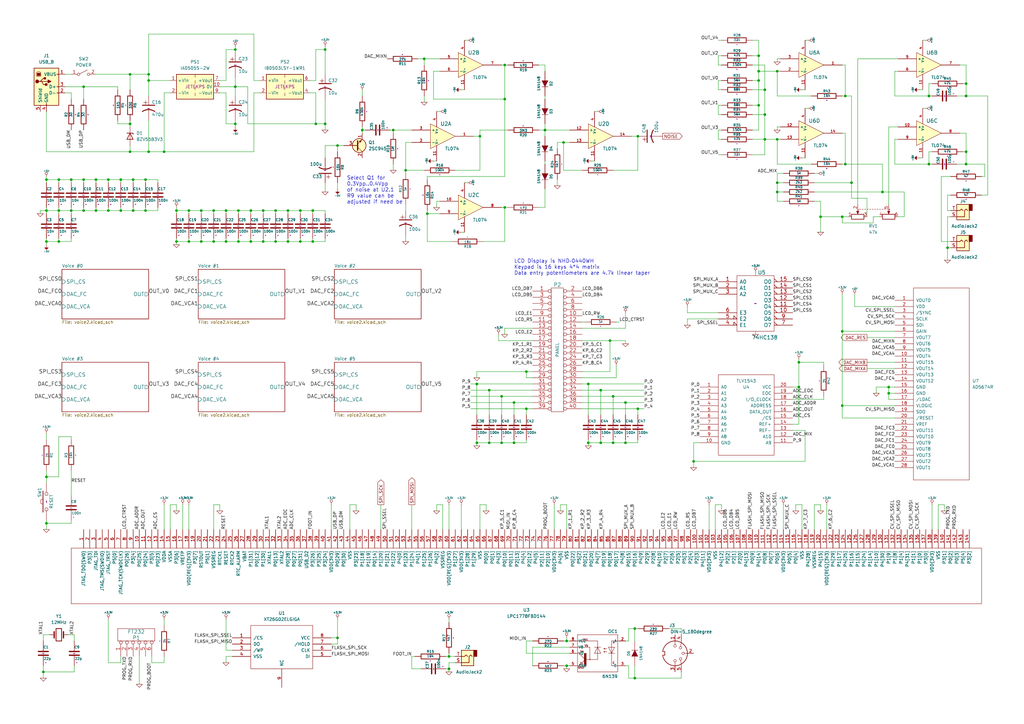
<source format=kicad_sch>
(kicad_sch (version 20230121) (generator eeschema)
  (paper "A3")
  (title_block (title "OverCycler 3 full board") (date "2023-10-16") (rev "1") (company "GliGli's DIY"))
  (junction (at 60.96 30.48))
  (junction (at 261.62 167.64))
  (junction (at 92.71 86.36))
  (junction (at 261.62 55.88))
  (junction (at 175.26 87.63))
  (junction (at 102.87 86.36))
  (junction (at 231.14 58.42))
  (junction (at 133.35 50.8))
  (junction (at 207.01 26.67))
  (junction (at 311.15 43.18))
  (junction (at 284.48 189.23))
  (junction (at 246.38 160.02))
  (junction (at 54.61 73.66))
  (junction (at 215.9 152.4))
  (junction (at 96.52 50.8))
  (junction (at 251.46 162.56))
  (junction (at 29.21 73.66))
  (junction (at 53.34 62.23))
  (junction (at 336.55 88.9))
  (junction (at 67.31 62.23))
  (junction (at 250.19 139.7))
  (junction (at 205.74 181.61))
  (junction (at 251.46 181.61))
  (junction (at 388.62 101.6))
  (junction (at 396.24 34.29))
  (junction (at 318.77 57.15))
  (junction (at 311.15 33.02))
  (junction (at 97.79 99.06))
  (junction (at 396.24 62.23))
  (junction (at 72.39 86.36))
  (junction (at 241.3 157.48))
  (junction (at 77.47 86.36))
  (junction (at 128.27 99.06))
  (junction (at 364.49 158.75))
  (junction (at 39.37 86.36))
  (junction (at 241.3 181.61))
  (junction (at 260.35 278.13))
  (junction (at 196.85 55.88))
  (junction (at 102.87 99.06))
  (junction (at 123.19 86.36))
  (junction (at 210.82 181.61))
  (junction (at 59.69 73.66))
  (junction (at 19.05 86.36))
  (junction (at 318.77 29.21))
  (junction (at 59.69 86.36))
  (junction (at 313.69 36.83))
  (junction (at 223.52 53.34))
  (junction (at 148.59 53.34))
  (junction (at 138.43 261.62))
  (junction (at 207.01 40.64))
  (junction (at 210.82 165.1))
  (junction (at 195.58 157.48))
  (junction (at 184.15 269.24))
  (junction (at 24.13 86.36))
  (junction (at 17.78 275.59))
  (junction (at 96.52 35.56))
  (junction (at 166.37 69.85))
  (junction (at 173.99 24.13))
  (junction (at 87.63 99.06))
  (junction (at 107.95 99.06))
  (junction (at 318.77 74.93))
  (junction (at 195.58 181.61))
  (junction (at 24.13 73.66))
  (junction (at 44.45 73.66))
  (junction (at 24.13 99.06))
  (junction (at 205.74 162.56))
  (junction (at 118.11 99.06))
  (junction (at 232.41 273.05))
  (junction (at 113.03 99.06))
  (junction (at 19.05 195.58))
  (junction (at 260.35 257.81))
  (junction (at 60.96 62.23))
  (junction (at 161.29 53.34))
  (junction (at 49.53 86.36))
  (junction (at 133.35 20.32))
  (junction (at 364.49 161.29))
  (junction (at 345.44 88.9))
  (junction (at 361.95 78.74))
  (junction (at 346.71 39.37))
  (junction (at 138.43 59.69))
  (junction (at 184.15 274.32))
  (junction (at 345.44 166.37))
  (junction (at 123.19 99.06))
  (junction (at 54.61 86.36))
  (junction (at 34.29 35.56))
  (junction (at 327.66 148.59))
  (junction (at 129.54 50.8))
  (junction (at 381 39.37))
  (junction (at 92.71 99.06))
  (junction (at 396.24 39.37))
  (junction (at 34.29 73.66))
  (junction (at 349.25 74.93))
  (junction (at 313.69 46.99))
  (junction (at 39.37 73.66))
  (junction (at 60.96 33.02))
  (junction (at 346.71 67.31))
  (junction (at 256.54 165.1))
  (junction (at 128.27 86.36))
  (junction (at 49.53 73.66))
  (junction (at 107.95 86.36))
  (junction (at 53.34 50.8))
  (junction (at 311.15 22.86))
  (junction (at 311.15 29.21))
  (junction (at 256.54 181.61))
  (junction (at 396.24 67.31))
  (junction (at 118.11 86.36))
  (junction (at 207.01 85.09))
  (junction (at 200.66 160.02))
  (junction (at 232.41 262.89))
  (junction (at 19.05 214.63))
  (junction (at 97.79 86.36))
  (junction (at 96.52 20.32))
  (junction (at 318.77 78.74))
  (junction (at 82.55 99.06))
  (junction (at 72.39 99.06))
  (junction (at 327.66 158.75))
  (junction (at 34.29 86.36))
  (junction (at 53.34 30.48))
  (junction (at 82.55 86.36))
  (junction (at 345.44 135.89))
  (junction (at 246.38 181.61))
  (junction (at 19.05 99.06))
  (junction (at 44.45 86.36))
  (junction (at 200.66 181.61))
  (junction (at 381 67.31))
  (junction (at 87.63 86.36))
  (junction (at 77.47 99.06))
  (junction (at 215.9 167.64))
  (junction (at 113.03 86.36))
  (junction (at 313.69 57.15))
  (junction (at 29.21 86.36))
  (junction (at 19.05 73.66))
  (wire (pts (xy 166.37 69.85) (xy 173.99 69.85)))
  (wire (pts (xy 92.71 38.1) (xy 92.71 50.8)))
  (wire (pts (xy 54.61 86.36) (xy 59.69 86.36)))
  (wire (pts (xy 175.26 72.39) (xy 175.26 73.66)))
  (wire (pts (xy 396.24 39.37) (xy 405.13 39.37)))
  (wire (pts (xy 168.91 274.32) (xy 168.91 269.24)))
  (wire (pts (xy 184.15 274.32) (xy 184.15 271.78)))
  (wire (pts (xy 256.54 128.27) (xy 256.54 134.62)))
  (wire (pts (xy 261.62 69.85) (xy 261.62 55.88)))
  (wire (pts (xy 345.44 88.9) (xy 347.98 88.9)))
  (wire (pts (xy 198.12 99.06) (xy 207.01 99.06)))
  (wire (pts (xy 261.62 55.88) (xy 259.08 55.88)))
  (wire (pts (xy 218.44 273.05) (xy 218.44 265.43)))
  (wire (pts (xy 334.01 82.55) (xy 336.55 82.55)))
  (wire (pts (xy 166.37 58.42) (xy 166.37 69.85)))
  (wire (pts (xy 161.29 67.31) (xy 161.29 69.85)))
  (wire (pts (xy 325.12 176.53) (xy 330.2 176.53)))
  (wire (pts (xy 364.49 52.07) (xy 364.49 83.82)))
  (wire (pts (xy 196.85 207.01) (xy 199.39 207.01)))
  (wire (pts (xy 336.55 88.9) (xy 336.55 82.55)))
  (wire (pts (xy 77.47 99.06) (xy 82.55 99.06)))
  (wire (pts (xy 294.64 63.5) (xy 295.91 63.5)))
  (wire (pts (xy 92.71 266.7) (xy 92.71 254)))
  (wire (pts (xy 200.66 160.02) (xy 218.44 160.02)))
  (wire (pts (xy 123.19 86.36) (xy 128.27 86.36)))
  (wire (pts (xy 241.3 181.61) (xy 246.38 181.61)))
  (wire (pts (xy 311.15 43.18) (xy 311.15 53.34)))
  (wire (pts (xy 388.62 88.9) (xy 388.62 101.6)))
  (wire (pts (xy 29.21 38.1) (xy 29.21 40.64)))
  (wire (pts (xy 196.85 69.85) (xy 186.69 69.85)))
  (wire (pts (xy 207.01 26.67) (xy 207.01 40.64)))
  (wire (pts (xy 19.05 86.36) (xy 19.05 87.63)))
  (wire (pts (xy 133.35 19.05) (xy 133.35 20.32)))
  (wire (pts (xy 44.45 86.36) (xy 44.45 85.09)))
  (wire (pts (xy 381 39.37) (xy 382.27 39.37)))
  (wire (pts (xy 246.38 181.61) (xy 251.46 181.61)))
  (wire (pts (xy 195.58 181.61) (xy 195.58 182.88)))
  (wire (pts (xy 290.83 207.01) (xy 290.83 217.17)))
  (wire (pts (xy 196.85 53.34) (xy 196.85 55.88)))
  (wire (pts (xy 19.05 62.23) (xy 53.34 62.23)))
  (wire (pts (xy 96.52 50.8) (xy 96.52 52.07)))
  (wire (pts (xy 318.77 74.93) (xy 321.31 74.93)))
  (wire (pts (xy 328.93 207.01) (xy 326.39 207.01)))
  (wire (pts (xy 313.69 36.83) (xy 313.69 46.99)))
  (wire (pts (xy 228.6 73.66) (xy 228.6 76.2)))
  (wire (pts (xy 171.45 24.13) (xy 173.99 24.13)))
  (wire (pts (xy 87.63 207.01) (xy 87.63 217.17)))
  (wire (pts (xy 62.23 271.78) (xy 67.31 271.78)))
  (wire (pts (xy 113.03 99.06) (xy 113.03 97.79)))
  (wire (pts (xy 128.27 86.36) (xy 133.35 86.36)))
  (wire (pts (xy 359.41 158.75) (xy 364.49 158.75)))
  (wire (pts (xy 318.77 29.21) (xy 320.04 29.21)))
  (wire (pts (xy 367.03 29.21) (xy 368.3 29.21)))
  (wire (pts (xy 19.05 214.63) (xy 19.05 217.17)))
  (wire (pts (xy 227.33 207.01) (xy 227.33 217.17)))
  (wire (pts (xy 92.71 99.06) (xy 92.71 97.79)))
  (wire (pts (xy 251.46 162.56) (xy 251.46 170.18)))
  (wire (pts (xy 179.07 85.09) (xy 179.07 82.55)))
  (wire (pts (xy 189.23 36.83) (xy 190.5 36.83)))
  (wire (pts (xy 294.64 16.51) (xy 295.91 16.51)))
  (wire (pts (xy 381 62.23) (xy 381 67.31)))
  (wire (pts (xy 129.54 20.32) (xy 133.35 20.32)))
  (wire (pts (xy 101.6 35.56) (xy 101.6 50.8)))
  (wire (pts (xy 294.64 33.02) (xy 294.64 36.83)))
  (wire (pts (xy 295.91 207.01) (xy 295.91 209.55)))
  (wire (pts (xy 123.19 87.63) (xy 123.19 86.36)))
  (wire (pts (xy 123.19 99.06) (xy 128.27 99.06)))
  (wire (pts (xy 19.05 99.06) (xy 24.13 99.06)))
  (wire (pts (xy 87.63 86.36) (xy 92.71 86.36)))
  (wire (pts (xy 107.95 87.63) (xy 107.95 86.36)))
  (wire (pts (xy 34.29 73.66) (xy 39.37 73.66)))
  (wire (pts (xy 48.26 49.53) (xy 48.26 50.8)))
  (wire (pts (xy 345.44 91.44) (xy 358.14 91.44)))
  (wire (pts (xy 189.23 95.25) (xy 190.5 95.25)))
  (wire (pts (xy 381 34.29) (xy 381 39.37)))
  (wire (pts (xy 146.05 207.01) (xy 146.05 209.55)))
  (wire (pts (xy 336.55 207.01) (xy 336.55 209.55)))
  (wire (pts (xy 339.09 207.01) (xy 339.09 217.17)))
  (wire (pts (xy 97.79 86.36) (xy 97.79 87.63)))
  (wire (pts (xy 346.71 26.67) (xy 345.44 26.67)))
  (wire (pts (xy 396.24 26.67) (xy 393.7 26.67)))
  (wire (pts (xy 193.04 167.64) (xy 215.9 167.64)))
  (wire (pts (xy 358.14 88.9) (xy 360.68 88.9)))
  (wire (pts (xy 367.03 125.73) (xy 350.52 125.73)))
  (wire (pts (xy 166.37 96.52) (xy 166.37 99.06)))
  (wire (pts (xy 243.84 45.72) (xy 245.11 45.72)))
  (wire (pts (xy 34.29 86.36) (xy 39.37 86.36)))
  (wire (pts (xy 388.62 80.01) (xy 388.62 86.36)))
  (wire (pts (xy 59.69 73.66) (xy 64.77 73.66)))
  (wire (pts (xy 90.17 35.56) (xy 96.52 35.56)))
  (wire (pts (xy 318.77 24.13) (xy 320.04 24.13)))
  (wire (pts (xy 281.94 130.81) (xy 294.64 130.81)))
  (wire (pts (xy 96.52 20.32) (xy 96.52 21.59)))
  (wire (pts (xy 204.47 137.16) (xy 204.47 139.7)))
  (wire (pts (xy 62.23 269.24) (xy 62.23 271.78)))
  (wire (pts (xy 389.89 86.36) (xy 388.62 86.36)))
  (wire (pts (xy 403.86 67.31) (xy 403.86 72.39)))
  (wire (pts (xy 257.81 257.81) (xy 260.35 257.81)))
  (wire (pts (xy 256.54 181.61) (xy 261.62 181.61)))
  (wire (pts (xy 279.4 257.81) (xy 274.32 257.81)))
  (wire (pts (xy 104.14 33.02) (xy 106.68 33.02)))
  (wire (pts (xy 53.34 62.23) (xy 60.96 62.23)))
  (wire (pts (xy 294.64 53.34) (xy 294.64 57.15)))
  (wire (pts (xy 394.97 62.23) (xy 396.24 62.23)))
  (wire (pts (xy 193.04 165.1) (xy 210.82 165.1)))
  (wire (pts (xy 184.15 271.78) (xy 186.69 271.78)))
  (wire (pts (xy 321.31 207.01) (xy 321.31 217.17)))
  (wire (pts (xy 241.3 157.48) (xy 241.3 170.18)))
  (wire (pts (xy 384.81 207.01) (xy 384.81 217.17)))
  (wire (pts (xy 279.4 257.81) (xy 279.4 260.35)))
  (wire (pts (xy 337.82 163.83) (xy 337.82 162.56)))
  (wire (pts (xy 118.11 97.79) (xy 118.11 99.06)))
  (wire (pts (xy 279.4 278.13) (xy 279.4 275.59)))
  (wire (pts (xy 349.25 39.37) (xy 349.25 74.93)))
  (wire (pts (xy 232.41 261.62) (xy 232.41 262.89)))
  (wire (pts (xy 257.81 262.89) (xy 257.81 257.81)))
  (wire (pts (xy 118.11 86.36) (xy 118.11 87.63)))
  (wire (pts (xy 318.77 39.37) (xy 332.74 39.37)))
  (wire (pts (xy 82.55 86.36) (xy 87.63 86.36)))
  (wire (pts (xy 24.13 179.07) (xy 29.21 179.07)))
  (wire (pts (xy 173.99 24.13) (xy 173.99 26.67)))
  (wire (pts (xy 228.6 58.42) (xy 231.14 58.42)))
  (wire (pts (xy 60.96 49.53) (xy 60.96 62.23)))
  (wire (pts (xy 284.48 189.23) (xy 284.48 191.77)))
  (wire (pts (xy 327.66 147.32) (xy 327.66 148.59)))
  (wire (pts (xy 184.15 255.27) (xy 184.15 254)))
  (wire (pts (xy 346.71 39.37) (xy 349.25 39.37)))
  (wire (pts (xy 148.59 53.34) (xy 148.59 54.61)))
  (wire (pts (xy 311.15 22.86) (xy 311.15 29.21)))
  (wire (pts (xy 346.71 54.61) (xy 346.71 67.31)))
  (wire (pts (xy 60.96 30.48) (xy 60.96 33.02)))
  (wire (pts (xy 133.35 99.06) (xy 133.35 97.79)))
  (wire (pts (xy 325.12 158.75) (xy 327.66 158.75)))
  (wire (pts (xy 193.04 160.02) (xy 200.66 160.02)))
  (wire (pts (xy 190.5 16.51) (xy 191.77 16.51)))
  (wire (pts (xy 205.74 181.61) (xy 210.82 181.61)))
  (wire (pts (xy 241.3 157.48) (xy 238.76 157.48)))
  (wire (pts (xy 189.23 207.01) (xy 189.23 217.17)))
  (wire (pts (xy 96.52 19.05) (xy 96.52 20.32)))
  (wire (pts (xy 256.54 165.1) (xy 256.54 170.18)))
  (wire (pts (xy 138.43 254) (xy 138.43 261.62)))
  (wire (pts (xy 96.52 35.56) (xy 101.6 35.56)))
  (wire (pts (xy 330.2 44.45) (xy 331.47 44.45)))
  (wire (pts (xy 207.01 40.64) (xy 207.01 72.39)))
  (wire (pts (xy 190.5 74.93) (xy 191.77 74.93)))
  (wire (pts (xy 229.87 207.01) (xy 229.87 209.55)))
  (wire (pts (xy 325.12 163.83) (xy 337.82 163.83)))
  (wire (pts (xy 386.08 72.39) (xy 389.89 72.39)))
  (wire (pts (xy 64.77 86.36) (xy 64.77 85.09)))
  (wire (pts (xy 367.03 67.31) (xy 381 67.31)))
  (wire (pts (xy 250.19 152.4) (xy 250.19 139.7)))
  (wire (pts (xy 44.45 86.36) (xy 49.53 86.36)))
  (wire (pts (xy 60.96 33.02) (xy 60.96 39.37)))
  (wire (pts (xy 77.47 99.06) (xy 77.47 97.79)))
  (wire (pts (xy 92.71 86.36) (xy 97.79 86.36)))
  (wire (pts (xy 29.21 213.36) (xy 29.21 214.63)))
  (wire (pts (xy 382.27 62.23) (xy 381 62.23)))
  (wire (pts (xy 161.29 54.61) (xy 161.29 53.34)))
  (wire (pts (xy 29.21 38.1) (xy 26.67 38.1)))
  (wire (pts (xy 181.61 207.01) (xy 181.61 217.17)))
  (wire (pts (xy 382.27 34.29) (xy 381 34.29)))
  (wire (pts (xy 60.96 13.97) (xy 104.14 13.97)))
  (wire (pts (xy 69.85 207.01) (xy 72.39 207.01)))
  (wire (pts (xy 17.78 273.05) (xy 17.78 275.59)))
  (wire (pts (xy 252.73 154.94) (xy 252.73 149.86)))
  (wire (pts (xy 186.69 269.24) (xy 184.15 269.24)))
  (wire (pts (xy 361.95 78.74) (xy 370.84 78.74)))
  (wire (pts (xy 238.76 152.4) (xy 250.19 152.4)))
  (wire (pts (xy 34.29 35.56) (xy 26.67 35.56)))
  (wire (pts (xy 30.48 262.89) (xy 30.48 260.35)))
  (wire (pts (xy 133.35 74.93) (xy 133.35 78.74)))
  (wire (pts (xy 128.27 86.36) (xy 128.27 87.63)))
  (wire (pts (xy 381 67.31) (xy 382.27 67.31)))
  (wire (pts (xy 72.39 97.79) (xy 72.39 99.06)))
  (wire (pts (xy 118.11 86.36) (xy 123.19 86.36)))
  (wire (pts (xy 223.52 29.21) (xy 223.52 26.67)))
  (wire (pts (xy 53.34 30.48) (xy 60.96 30.48)))
  (wire (pts (xy 364.49 161.29) (xy 367.03 161.29)))
  (wire (pts (xy 232.41 207.01) (xy 232.41 217.17)))
  (wire (pts (xy 16.51 86.36) (xy 19.05 86.36)))
  (wire (pts (xy 260.35 278.13) (xy 279.4 278.13)))
  (wire (pts (xy 207.01 85.09) (xy 208.28 85.09)))
  (wire (pts (xy 345.44 54.61) (xy 346.71 54.61)))
  (wire (pts (xy 138.43 261.62) (xy 138.43 264.16)))
  (wire (pts (xy 378.46 16.51) (xy 379.73 16.51)))
  (wire (pts (xy 87.63 99.06) (xy 92.71 99.06)))
  (wire (pts (xy 24.13 86.36) (xy 24.13 87.63)))
  (wire (pts (xy 166.37 58.42) (xy 168.91 58.42)))
  (wire (pts (xy 293.37 207.01) (xy 293.37 217.17)))
  (wire (pts (xy 321.31 82.55) (xy 318.77 82.55)))
  (wire (pts (xy 367.03 39.37) (xy 367.03 29.21)))
  (wire (pts (xy 264.16 157.48) (xy 241.3 157.48)))
  (wire (pts (xy 264.16 162.56) (xy 251.46 162.56)))
  (wire (pts (xy 34.29 86.36) (xy 34.29 85.09)))
  (wire (pts (xy 388.62 106.68) (xy 388.62 101.6)))
  (wire (pts (xy 97.79 99.06) (xy 97.79 97.79)))
  (wire (pts (xy 308.61 36.83) (xy 313.69 36.83)))
  (wire (pts (xy 232.41 273.05) (xy 233.68 273.05)))
  (wire (pts (xy 364.49 163.83) (xy 364.49 161.29)))
  (wire (pts (xy 34.29 73.66) (xy 34.29 74.93)))
  (wire (pts (xy 135.89 261.62) (xy 138.43 261.62)))
  (wire (pts (xy 16.51 87.63) (xy 16.51 86.36)))
  (wire (pts (xy 19.05 85.09) (xy 19.05 86.36)))
  (wire (pts (xy 29.21 179.07) (xy 29.21 180.34)))
  (wire (pts (xy 39.37 73.66) (xy 44.45 73.66)))
  (wire (pts (xy 133.35 59.69) (xy 138.43 59.69)))
  (wire (pts (xy 210.82 181.61) (xy 215.9 181.61)))
  (wire (pts (xy 102.87 99.06) (xy 107.95 99.06)))
  (wire (pts (xy 200.66 181.61) (xy 200.66 180.34)))
  (wire (pts (xy 177.8 29.21) (xy 177.8 40.64)))
  (wire (pts (xy 179.07 82.55) (xy 180.34 82.55)))
  (wire (pts (xy 44.45 73.66) (xy 44.45 74.93)))
  (wire (pts (xy 27.94 260.35) (xy 30.48 260.35)))
  (wire (pts (xy 92.71 271.78) (xy 92.71 269.24)))
  (wire (pts (xy 168.91 207.01) (xy 168.91 217.17)))
  (wire (pts (xy 57.15 269.24) (xy 57.15 280.67)))
  (wire (pts (xy 97.79 86.36) (xy 102.87 86.36)))
  (wire (pts (xy 172.72 274.32) (xy 168.91 274.32)))
  (wire (pts (xy 388.62 101.6) (xy 389.89 101.6)))
  (wire (pts (xy 318.77 53.34) (xy 318.77 52.07)))
  (wire (pts (xy 251.46 181.61) (xy 251.46 180.34)))
  (wire (pts (xy 69.85 207.01) (xy 69.85 217.17)))
  (wire (pts (xy 166.37 83.82) (xy 166.37 86.36)))
  (wire (pts (xy 210.82 170.18) (xy 210.82 165.1)))
  (wire (pts (xy 69.85 38.1) (xy 67.31 38.1)))
  (wire (pts (xy 92.71 20.32) (xy 96.52 20.32)))
  (wire (pts (xy 377.19 64.77) (xy 378.46 64.77)))
  (wire (pts (xy 67.31 254) (xy 67.31 256.54)))
  (wire (pts (xy 29.21 85.09) (xy 29.21 86.36)))
  (wire (pts (xy 53.34 50.8) (xy 53.34 49.53)))
  (wire (pts (xy 345.44 88.9) (xy 345.44 91.44)))
  (wire (pts (xy 175.26 87.63) (xy 180.34 87.63)))
  (wire (pts (xy 351.79 24.13) (xy 368.3 24.13)))
  (wire (pts (xy 215.9 154.94) (xy 215.9 152.4)))
  (wire (pts (xy 49.53 73.66) (xy 49.53 74.93)))
  (wire (pts (xy 135.89 264.16) (xy 138.43 264.16)))
  (wire (pts (xy 195.58 154.94) (xy 195.58 152.4)))
  (wire (pts (xy 308.61 16.51) (xy 311.15 16.51)))
  (wire (pts (xy 334.01 74.93) (xy 349.25 74.93)))
  (wire (pts (xy 328.93 36.83) (xy 330.2 36.83)))
  (wire (pts (xy 355.6 151.13) (xy 367.03 151.13)))
  (wire (pts (xy 313.69 26.67) (xy 313.69 36.83)))
  (wire (pts (xy 92.71 269.24) (xy 95.25 269.24)))
  (wire (pts (xy 223.52 67.31) (xy 223.52 66.04)))
  (wire (pts (xy 346.71 67.31) (xy 361.95 67.31)))
  (wire (pts (xy 72.39 85.09) (xy 72.39 86.36)))
  (wire (pts (xy 345.44 166.37) (xy 345.44 135.89)))
  (wire (pts (xy 72.39 86.36) (xy 77.47 86.36)))
  (wire (pts (xy 345.44 135.89) (xy 367.03 135.89)))
  (wire (pts (xy 204.47 139.7) (xy 218.44 139.7)))
  (wire (pts (xy 313.69 46.99) (xy 313.69 57.15)))
  (wire (pts (xy 90.17 33.02) (xy 92.71 33.02)))
  (wire (pts (xy 200.66 181.61) (xy 205.74 181.61)))
  (wire (pts (xy 196.85 207.01) (xy 196.85 217.17)))
  (wire (pts (xy 182.88 269.24) (xy 184.15 269.24)))
  (wire (pts (xy 210.82 181.61) (xy 210.82 180.34)))
  (wire (pts (xy 19.05 72.39) (xy 19.05 73.66)))
  (wire (pts (xy 193.04 162.56) (xy 205.74 162.56)))
  (wire (pts (xy 24.13 85.09) (xy 24.13 86.36)))
  (wire (pts (xy 205.74 162.56) (xy 218.44 162.56)))
  (wire (pts (xy 67.31 62.23) (xy 104.14 62.23)))
  (wire (pts (xy 223.52 50.8) (xy 223.52 53.34)))
  (wire (pts (xy 44.45 271.78) (xy 44.45 254)))
  (wire (pts (xy 311.15 33.02) (xy 308.61 33.02)))
  (wire (pts (xy 361.95 67.31) (xy 361.95 78.74)))
  (wire (pts (xy 179.07 45.72) (xy 180.34 45.72)))
  (wire (pts (xy 215.9 167.64) (xy 218.44 167.64)))
  (wire (pts (xy 24.13 97.79) (xy 24.13 99.06)))
  (wire (pts (xy 308.61 26.67) (xy 313.69 26.67)))
  (wire (pts (xy 350.52 120.65) (xy 350.52 125.73)))
  (wire (pts (xy 220.98 53.34) (xy 223.52 53.34)))
  (wire (pts (xy 257.81 273.05) (xy 256.54 273.05)))
  (wire (pts (xy 215.9 262.89) (xy 215.9 267.97)))
  (wire (pts (xy 251.46 69.85) (xy 261.62 69.85)))
  (wire (pts (xy 87.63 86.36) (xy 87.63 87.63)))
  (wire (pts (xy 138.43 77.47) (xy 138.43 74.93)))
  (wire (pts (xy 207.01 72.39) (xy 175.26 72.39)))
  (wire (pts (xy 26.67 30.48) (xy 29.21 30.48)))
  (wire (pts (xy 334.01 78.74) (xy 361.95 78.74)))
  (wire (pts (xy 327.66 148.59) (xy 327.66 158.75)))
  (wire (pts (xy 405.13 39.37) (xy 405.13 80.01)))
  (wire (pts (xy 242.57 66.04) (xy 243.84 66.04)))
  (wire (pts (xy 34.29 35.56) (xy 48.26 35.56)))
  (wire (pts (xy 294.64 57.15) (xy 295.91 57.15)))
  (wire (pts (xy 294.64 46.99) (xy 295.91 46.99)))
  (wire (pts (xy 378.46 44.45) (xy 379.73 44.45)))
  (wire (pts (xy 294.64 36.83) (xy 295.91 36.83)))
  (wire (pts (xy 392.43 67.31) (xy 396.24 67.31)))
  (wire (pts (xy 199.39 207.01) (xy 199.39 209.55)))
  (wire (pts (xy 113.03 86.36) (xy 118.11 86.36)))
  (wire (pts (xy 210.82 165.1) (xy 218.44 165.1)))
  (wire (pts (xy 403.86 72.39) (xy 402.59 72.39)))
  (wire (pts (xy 238.76 139.7) (xy 250.19 139.7)))
  (wire (pts (xy 364.49 161.29) (xy 364.49 158.75)))
  (wire (pts (xy 19.05 73.66) (xy 19.05 74.93)))
  (wire (pts (xy 355.6 81.28) (xy 349.25 81.28)))
  (wire (pts (xy 19.05 193.04) (xy 19.05 195.58)))
  (wire (pts (xy 261.62 181.61) (xy 261.62 180.34)))
  (wire (pts (xy 129.54 33.02) (xy 129.54 20.32)))
  (wire (pts (xy 311.15 16.51) (xy 311.15 22.86)))
  (wire (pts (xy 196.85 55.88) (xy 196.85 69.85)))
  (wire (pts (xy 19.05 73.66) (xy 24.13 73.66)))
  (wire (pts (xy 336.55 95.25) (xy 336.55 88.9)))
  (wire (pts (xy 92.71 87.63) (xy 92.71 86.36)))
  (wire (pts (xy 102.87 86.36) (xy 107.95 86.36)))
  (wire (pts (xy 223.52 85.09) (xy 223.52 77.47)))
  (wire (pts (xy 195.58 157.48) (xy 218.44 157.48)))
  (wire (pts (xy 241.3 180.34) (xy 241.3 181.61)))
  (wire (pts (xy 377.19 36.83) (xy 378.46 36.83)))
  (wire (pts (xy 231.14 58.42) (xy 231.14 69.85)))
  (wire (pts (xy 313.69 63.5) (xy 308.61 63.5)))
  (wire (pts (xy 358.14 91.44) (xy 358.14 88.9)))
  (wire (pts (xy 232.41 207.01) (xy 229.87 207.01)))
  (wire (pts (xy 24.13 73.66) (xy 24.13 74.93)))
  (wire (pts (xy 396.24 54.61) (xy 396.24 62.23)))
  (wire (pts (xy 195.58 157.48) (xy 195.58 170.18)))
  (wire (pts (xy 135.89 207.01) (xy 135.89 217.17)))
  (wire (pts (xy 96.52 49.53) (xy 96.52 50.8)))
  (wire (pts (xy 95.25 266.7) (xy 92.71 266.7)))
  (wire (pts (xy 133.35 86.36) (xy 133.35 87.63)))
  (wire (pts (xy 143.51 207.01) (xy 143.51 217.17)))
  (wire (pts (xy 238.76 134.62) (xy 256.54 134.62)))
  (wire (pts (xy 180.34 29.21) (xy 177.8 29.21)))
  (wire (pts (xy 133.35 59.69) (xy 133.35 64.77)))
  (wire (pts (xy 96.52 35.56) (xy 96.52 39.37)))
  (wire (pts (xy 218.44 265.43) (xy 233.68 265.43)))
  (wire (pts (xy 127 33.02) (xy 129.54 33.02)))
  (wire (pts (xy 72.39 86.36) (xy 72.39 87.63)))
  (wire (pts (xy 355.6 148.59) (xy 367.03 148.59)))
  (wire (pts (xy 19.05 177.8) (xy 19.05 180.34)))
  (wire (pts (xy 318.77 82.55) (xy 318.77 78.74)))
  (wire (pts (xy 161.29 53.34) (xy 168.91 53.34)))
  (wire (pts (xy 127 38.1) (xy 129.54 38.1)))
  (wire (pts (xy 113.03 86.36) (xy 113.03 87.63)))
  (wire (pts (xy 396.24 26.67) (xy 396.24 34.29)))
  (wire (pts (xy 337.82 148.59) (xy 337.82 149.86)))
  (wire (pts (xy 396.24 67.31) (xy 403.86 67.31)))
  (wire (pts (xy 92.71 50.8) (xy 96.52 50.8)))
  (wire (pts (xy 223.52 39.37) (xy 223.52 40.64)))
  (wire (pts (xy 39.37 86.36) (xy 39.37 85.09)))
  (wire (pts (xy 232.41 273.05) (xy 232.41 274.32)))
  (wire (pts (xy 349.25 81.28) (xy 349.25 74.93)))
  (wire (pts (xy 205.74 181.61) (xy 205.74 180.34)))
  (wire (pts (xy 311.15 53.34) (xy 308.61 53.34)))
  (wire (pts (xy 251.46 181.61) (xy 256.54 181.61)))
  (wire (pts (xy 96.52 31.75) (xy 96.52 35.56)))
  (wire (pts (xy 182.88 274.32) (xy 184.15 274.32)))
  (wire (pts (xy 24.13 73.66) (xy 29.21 73.66)))
  (wire (pts (xy 67.31 271.78) (xy 67.31 269.24)))
  (wire (pts (xy 293.37 207.01) (xy 295.91 207.01)))
  (wire (pts (xy 345.44 39.37) (xy 346.71 39.37)))
  (wire (pts (xy 205.74 162.56) (xy 205.74 170.18)))
  (wire (pts (xy 54.61 73.66) (xy 59.69 73.66)))
  (wire (pts (xy 318.77 67.31) (xy 332.74 67.31)))
  (wire (pts (xy 345.44 67.31) (xy 346.71 67.31)))
  (wire (pts (xy 308.61 57.15) (xy 313.69 57.15)))
  (wire (pts (xy 29.21 86.36) (xy 29.21 87.63)))
  (wire (pts (xy 104.14 38.1) (xy 106.68 38.1)))
  (wire (pts (xy 215.9 181.61) (xy 215.9 180.34)))
  (wire (pts (xy 311.15 29.21) (xy 311.15 33.02)))
  (wire (pts (xy 184.15 207.01) (xy 184.15 217.17)))
  (wire (pts (xy 359.41 161.29) (xy 359.41 158.75)))
  (wire (pts (xy 54.61 86.36) (xy 54.61 85.09)))
  (wire (pts (xy 19.05 86.36) (xy 24.13 86.36)))
  (wire (pts (xy 24.13 99.06) (xy 29.21 99.06)))
  (wire (pts (xy 345.44 166.37) (xy 367.03 166.37)))
  (wire (pts (xy 251.46 162.56) (xy 238.76 162.56)))
  (wire (pts (xy 107.95 99.06) (xy 107.95 97.79)))
  (wire (pts (xy 92.71 33.02) (xy 92.71 20.32)))
  (wire (pts (xy 196.85 55.88) (xy 194.31 55.88)))
  (wire (pts (xy 177.8 66.04) (xy 179.07 66.04)))
  (wire (pts (xy 334.01 71.12) (xy 335.28 71.12)))
  (wire (pts (xy 104.14 13.97) (xy 104.14 33.02)))
  (wire (pts (xy 260.35 257.81) (xy 261.62 257.81)))
  (wire (pts (xy 54.61 73.66) (xy 54.61 74.93)))
  (wire (pts (xy 231.14 273.05) (xy 232.41 273.05)))
  (wire (pts (xy 250.19 139.7) (xy 256.54 139.7)))
  (wire (pts (xy 19.05 97.79) (xy 19.05 99.06)))
  (wire (pts (xy 284.48 181.61) (xy 284.48 189.23)))
  (wire (pts (xy 143.51 207.01) (xy 146.05 207.01)))
  (wire (pts (xy 246.38 160.02) (xy 238.76 160.02)))
  (wire (pts (xy 318.77 29.21) (xy 318.77 39.37)))
  (wire (pts (xy 326.39 207.01) (xy 326.39 209.55)))
  (wire (pts (xy 44.45 271.78) (xy 49.53 271.78)))
  (wire (pts (xy 138.43 59.69) (xy 140.97 59.69)))
  (wire (pts (xy 195.58 152.4) (xy 215.9 152.4)))
  (wire (pts (xy 30.48 273.05) (xy 30.48 275.59)))
  (wire (pts (xy 261.62 167.64) (xy 238.76 167.64)))
  (wire (pts (xy 175.26 87.63) (xy 175.26 99.06)))
  (wire (pts (xy 295.91 33.02) (xy 294.64 33.02)))
  (wire (pts (xy 113.03 99.06) (xy 118.11 99.06)))
  (wire (pts (xy 386.08 99.06) (xy 389.89 99.06)))
  (wire (pts (xy 215.9 167.64) (xy 215.9 170.18)))
  (wire (pts (xy 175.26 86.36) (xy 175.26 87.63)))
  (wire (pts (xy 90.17 207.01) (xy 90.17 209.55)))
  (wire (pts (xy 295.91 43.18) (xy 294.64 43.18)))
  (wire (pts (xy 318.77 57.15) (xy 320.04 57.15)))
  (wire (pts (xy 129.54 38.1) (xy 129.54 50.8)))
  (wire (pts (xy 370.84 88.9) (xy 370.84 78.74)))
  (wire (pts (xy 405.13 80.01) (xy 402.59 80.01)))
  (wire (pts (xy 311.15 29.21) (xy 318.77 29.21)))
  (wire (pts (xy 90.17 38.1) (xy 92.71 38.1)))
  (wire (pts (xy 392.43 39.37) (xy 396.24 39.37)))
  (wire (pts (xy 166.37 69.85) (xy 166.37 71.12)))
  (wire (pts (xy 232.41 262.89) (xy 233.68 262.89)))
  (wire (pts (xy 24.13 195.58) (xy 24.13 179.07)))
  (wire (pts (xy 294.64 22.86) (xy 295.91 22.86)))
  (wire (pts (xy 195.58 180.34) (xy 195.58 181.61)))
  (wire (pts (xy 39.37 30.48) (xy 53.34 30.48)))
  (wire (pts (xy 313.69 46.99) (xy 308.61 46.99)))
  (wire (pts (xy 215.9 267.97) (xy 233.68 267.97)))
  (wire (pts (xy 101.6 50.8) (xy 129.54 50.8)))
  (wire (pts (xy 308.61 22.86) (xy 311.15 22.86)))
  (wire (pts (xy 175.26 99.06) (xy 185.42 99.06)))
  (wire (pts (xy 184.15 275.59) (xy 184.15 274.32)))
  (wire (pts (xy 318.77 25.4) (xy 318.77 24.13)))
  (wire (pts (xy 228.6 60.96) (xy 228.6 58.42)))
  (wire (pts (xy 238.76 132.08) (xy 240.03 132.08)))
  (wire (pts (xy 223.52 53.34) (xy 233.68 53.34)))
  (wire (pts (xy 281.94 133.35) (xy 281.94 130.81)))
  (wire (pts (xy 53.34 30.48) (xy 53.34 36.83)))
  (wire (pts (xy 367.03 57.15) (xy 368.3 57.15)))
  (wire (pts (xy 256.54 165.1) (xy 238.76 165.1)))
  (wire (pts (xy 387.35 207.01) (xy 387.35 209.55)))
  (wire (pts (xy 133.35 40.64) (xy 133.35 50.8)))
  (wire (pts (xy 148.59 52.07) (xy 148.59 53.34)))
  (wire (pts (xy 60.96 62.23) (xy 67.31 62.23)))
  (wire (pts (xy 256.54 139.7) (xy 256.54 140.97)))
  (wire (pts (xy 200.66 160.02) (xy 200.66 170.18)))
  (wire (pts (xy 29.21 99.06) (xy 29.21 97.79)))
  (wire (pts (xy 394.97 34.29) (xy 396.24 34.29)))
  (wire (pts (xy 48.26 50.8) (xy 53.34 50.8)))
  (wire (pts (xy 264.16 165.1) (xy 256.54 165.1)))
  (wire (pts (xy 246.38 160.02) (xy 246.38 170.18)))
  (wire (pts (xy 20.32 260.35) (xy 17.78 260.35)))
  (wire (pts (xy 34.29 35.56) (xy 34.29 40.64)))
  (wire (pts (xy 382.27 207.01) (xy 382.27 217.17)))
  (wire (pts (xy 260.35 278.13) (xy 260.35 273.05)))
  (wire (pts (xy 294.64 43.18) (xy 294.64 46.99)))
  (wire (pts (xy 311.15 43.18) (xy 308.61 43.18)))
  (wire (pts (xy 39.37 86.36) (xy 44.45 86.36)))
  (wire (pts (xy 327.66 158.75) (xy 327.66 173.99)))
  (wire (pts (xy 67.31 207.01) (xy 67.31 217.17)))
  (wire (pts (xy 48.26 36.83) (xy 48.26 35.56)))
  (wire (pts (xy 318.77 74.93) (xy 318.77 71.12)))
  (wire (pts (xy 17.78 275.59) (xy 30.48 275.59)))
  (wire (pts (xy 17.78 275.59) (xy 17.78 278.13)))
  (wire (pts (xy 220.98 85.09) (xy 223.52 85.09)))
  (wire (pts (xy 82.55 99.06) (xy 87.63 99.06)))
  (wire (pts (xy 205.74 85.09) (xy 207.01 85.09)))
  (wire (pts (xy 160.02 53.34) (xy 161.29 53.34)))
  (wire (pts (xy 118.11 99.06) (xy 123.19 99.06)))
  (wire (pts (xy 256.54 262.89) (xy 257.81 262.89)))
  (wire (pts (xy 309.88 111.76) (xy 309.88 113.03)))
  (wire (pts (xy 328.93 64.77) (xy 330.2 64.77)))
  (wire (pts (xy 87.63 207.01) (xy 90.17 207.01)))
  (wire (pts (xy 72.39 99.06) (xy 77.47 99.06)))
  (wire (pts (xy 60.96 30.48) (xy 60.96 13.97)))
  (wire (pts (xy 330.2 16.51) (xy 331.47 16.51)))
  (wire (pts (xy 77.47 207.01) (xy 77.47 217.17)))
  (wire (pts (xy 351.79 24.13) (xy 351.79 83.82)))
  (wire (pts (xy 195.58 181.61) (xy 200.66 181.61)))
  (wire (pts (xy 313.69 57.15) (xy 313.69 63.5)))
  (wire (pts (xy 196.85 53.34) (xy 208.28 53.34)))
  (wire (pts (xy 205.74 26.67) (xy 207.01 26.67)))
  (wire (pts (xy 49.53 73.66) (xy 54.61 73.66)))
  (wire (pts (xy 368.3 88.9) (xy 370.84 88.9)))
  (wire (pts (xy 386.08 72.39) (xy 386.08 99.06)))
  (wire (pts (xy 207.01 99.06) (xy 207.01 85.09)))
  (wire (pts (xy 313.69 57.15) (xy 318.77 57.15)))
  (wire (pts (xy 156.21 217.17) (xy 156.21 207.01)))
  (wire (pts (xy 264.16 167.64) (xy 261.62 167.64)))
  (wire (pts (xy 327.66 148.59) (xy 337.82 148.59)))
  (wire (pts (xy 355.6 81.28) (xy 355.6 88.9)))
  (wire (pts (xy 19.05 195.58) (xy 19.05 198.12)))
  (wire (pts (xy 29.21 86.36) (xy 34.29 86.36)))
  (wire (pts (xy 107.95 99.06) (xy 113.03 99.06)))
  (wire (pts (xy 207.01 26.67) (xy 208.28 26.67)))
  (wire (pts (xy 123.19 99.06) (xy 123.19 97.79)))
  (wire (pts (xy 97.79 99.06) (xy 102.87 99.06)))
  (wire (pts (xy 207.01 134.62) (xy 218.44 134.62)))
  (wire (pts (xy 179.07 207.01) (xy 179.07 209.55)))
  (wire (pts (xy 334.01 207.01) (xy 336.55 207.01)))
  (wire (pts (xy 215.9 262.89) (xy 218.44 262.89)))
  (wire (pts (xy 74.93 207.01) (xy 74.93 217.17)))
  (wire (pts (xy 318.77 57.15) (xy 318.77 67.31)))
  (wire (pts (xy 87.63 99.06) (xy 87.63 97.79)))
  (wire (pts (xy 330.2 189.23) (xy 284.48 189.23)))
  (wire (pts (xy 72.39 207.01) (xy 72.39 209.55)))
  (wire (pts (xy 92.71 99.06) (xy 97.79 99.06)))
  (wire (pts (xy 193.04 157.48) (xy 195.58 157.48)))
  (wire (pts (xy 318.77 78.74) (xy 321.31 78.74)))
  (wire (pts (xy 104.14 62.23) (xy 104.14 38.1)))
  (wire (pts (xy 181.61 207.01) (xy 179.07 207.01)))
  (wire (pts (xy 173.99 24.13) (xy 180.34 24.13)))
  (wire (pts (xy 345.44 135.89) (xy 345.44 120.65)))
  (wire (pts (xy 177.8 40.64) (xy 207.01 40.64)))
  (wire (pts (xy 129.54 50.8) (xy 133.35 50.8)))
  (wire (pts (xy 345.44 171.45) (xy 367.03 171.45)))
  (wire (pts (xy 184.15 269.24) (xy 184.15 267.97)))
  (wire (pts (xy 19.05 213.36) (xy 19.05 214.63)))
  (wire (pts (xy 264.16 160.02) (xy 246.38 160.02)))
  (wire (pts (xy 345.44 171.45) (xy 345.44 166.37)))
  (wire (pts (xy 19.05 214.63) (xy 29.21 214.63)))
  (wire (pts (xy 223.52 26.67) (xy 220.98 26.67)))
  (wire (pts (xy 72.39 99.06) (xy 72.39 100.33)))
  (wire (pts (xy 384.81 207.01) (xy 387.35 207.01)))
  (wire (pts (xy 53.34 59.69) (xy 53.34 62.23)))
  (wire (pts (xy 19.05 99.06) (xy 19.05 100.33)))
  (wire (pts (xy 67.31 38.1) (xy 67.31 62.23)))
  (wire (pts (xy 294.64 128.27) (xy 281.94 128.27)))
  (wire (pts (xy 281.94 128.27) (xy 281.94 125.73)))
  (wire (pts (xy 168.91 269.24) (xy 170.18 269.24)))
  (wire (pts (xy 367.03 163.83) (xy 364.49 163.83)))
  (wire (pts (xy 327.66 173.99) (xy 325.12 173.99)))
  (wire (pts (xy 207.01 137.16) (xy 207.01 134.62)))
  (wire (pts (xy 218.44 154.94) (xy 215.9 154.94)))
  (wire (pts (xy 309.88 135.89) (xy 309.88 137.16)))
  (wire (pts (xy 64.77 73.66) (xy 64.77 74.93)))
  (wire (pts (xy 49.53 86.36) (xy 54.61 86.36)))
  (wire (pts (xy 44.45 73.66) (xy 49.53 73.66)))
  (wire (pts (xy 367.03 67.31) (xy 367.03 57.15)))
  (wire (pts (xy 102.87 99.06) (xy 102.87 97.79)))
  (wire (pts (xy 396.24 62.23) (xy 396.24 67.31)))
  (wire (pts (xy 29.21 73.66) (xy 29.21 74.93)))
  (wire (pts (xy 294.64 26.67) (xy 295.91 26.67)))
  (wire (pts (xy 128.27 99.06) (xy 133.35 99.06)))
  (wire (pts (xy 396.24 34.29) (xy 396.24 39.37)))
  (wire (pts (xy 138.43 59.69) (xy 138.43 62.23)))
  (wire (pts (xy 148.59 53.34) (xy 149.86 53.34)))
  (wire (pts (xy 256.54 181.61) (xy 256.54 180.34)))
  (wire (pts (xy 364.49 158.75) (xy 367.03 158.75)))
  (wire (pts (xy 49.53 271.78) (xy 49.53 269.24)))
  (wire (pts (xy 148.59 39.37) (xy 148.59 36.83)))
  (wire (pts (xy 19.05 45.72) (xy 19.05 62.23)))
  (wire (pts (xy 77.47 87.63) (xy 77.47 86.36)))
  (wire (pts (xy 334.01 207.01) (xy 334.01 217.17)))
  (wire (pts (xy 261.62 167.64) (xy 261.62 170.18)))
  (wire (pts (xy 318.77 71.12) (xy 321.31 71.12)))
  (wire (pts (xy 24.13 86.36) (xy 29.21 86.36)))
  (wire (pts (xy 133.35 50.8) (xy 133.35 53.34)))
  (wire (pts (xy 238.76 154.94) (xy 252.73 154.94)))
  (wire (pts (xy 367.03 39.37) (xy 381 39.37)))
  (wire (pts (xy 49.53 86.36) (xy 49.53 85.09)))
  (wire (pts (xy 328.93 207.01) (xy 328.93 217.17)))
  (wire (pts (xy 59.69 86.36) (xy 59.69 85.09)))
  (wire (pts (xy 231.14 69.85) (xy 238.76 69.85)))
  (wire (pts (xy 246.38 181.61) (xy 246.38 180.34)))
  (wire (pts (xy 346.71 26.67) (xy 346.71 39.37)))
  (wire (pts (xy 284.48 181.61) (xy 287.02 181.61)))
  (wire (pts (xy 388.62 80.01) (xy 389.89 80.01)))
  (wire (pts (xy 128.27 99.06) (xy 128.27 97.79)))
  (wire (pts (xy 39.37 73.66) (xy 39.37 74.93)))
  (wire (pts (xy 133.35 20.32) (xy 133.35 30.48)))
  (wire (pts (xy 294.64 26.67) (xy 294.64 22.86)))
  (wire (pts (xy 173.99 39.37) (xy 173.99 41.91)))
  (wire (pts (xy 82.55 86.36) (xy 82.55 87.63)))
  (wire (pts (xy 82.55 99.06) (xy 82.55 97.79)))
  (wire (pts (xy 355.6 138.43) (xy 367.03 138.43)))
  (wire (pts (xy 59.69 86.36) (xy 64.77 86.36)))
  (wire (pts (xy 388.62 88.9) (xy 389.89 88.9)))
  (wire (pts (xy 336.55 88.9) (xy 345.44 88.9)))
  (wire (pts (xy 318.77 78.74) (xy 318.77 74.93)))
  (wire (pts (xy 223.52 53.34) (xy 223.52 55.88)))
  (wire (pts (xy 396.24 54.61) (xy 393.7 54.61)))
  (wire (pts (xy 295.91 53.34) (xy 294.64 53.34)))
  (wire (pts (xy 231.14 58.42) (xy 233.68 58.42)))
  (wire (pts (xy 260.35 257.81) (xy 260.35 262.89)))
  (wire (pts (xy 241.3 181.61) (xy 241.3 182.88)))
  (wire (pts (xy 257.81 278.13) (xy 260.35 278.13)))
  (wire (pts (xy 364.49 52.07) (xy 368.3 52.07)))
  (wire (pts (xy 330.2 176.53) (xy 330.2 189.23)))
  (wire (pts (xy 318.77 52.07) (xy 320.04 52.07)))
  (wire (pts (xy 53.34 50.8) (xy 53.34 52.07)))
  (wire (pts (xy 231.14 262.89) (xy 232.41 262.89)))
  (wire (pts (xy 19.05 195.58) (xy 24.13 195.58)))
  (wire (pts (xy 17.78 260.35) (xy 17.78 262.89)))
  (wire (pts (xy 311.15 33.02) (xy 311.15 43.18)))
  (wire (pts (xy 107.95 86.36) (xy 113.03 86.36)))
  (wire (pts (xy 59.69 73.66) (xy 59.69 74.93)))
  (wire (pts (xy 215.9 152.4) (xy 218.44 152.4)))
  (wire (pts (xy 77.47 86.36) (xy 82.55 86.36)))
  (wire (pts (xy 257.81 273.05) (xy 257.81 278.13)))
  (wire (pts (xy 29.21 73.66) (xy 34.29 73.66)))
  (wire (pts (xy 102.87 86.36) (xy 102.87 87.63)))
  (wire (pts (xy 29.21 193.04) (xy 29.21 203.2)))
  (wire (pts (xy 252.73 132.08) (xy 254 132.08)))
  (wire (pts (xy 60.96 33.02) (xy 69.85 33.02)))
  (text "Select Q1 for\n0.3Vpp..0.4Vpp\nof noise at U2.1\nR9 value can be \nadjusted if need be" (at 142.24 83.82 0) (effects (font (size 1.524 1.524)) (justify left bottom)))
  (text "LCD Display is NHD‐0440WH\nKeypad is 16 keys 4*4 matrix\nData entry potentiometers are 4.7k linear taper" (at 210.82 113.03 0) (effects (font (size 1.524 1.524)) (justify left bottom)))
  (label "DAC_VCA2" (at 137.16 125.73 180) (effects (font (size 1.524 1.524))))
  (label "CV_SPI_SCK" (at 377.19 217.17 90))
  (label "P_3" (at 264.16 165.1 0))
  (label "SPI_SSEL" (at 158.75 217.17 90))
  (label "P_9" (at 325.12 181.61 0))
  (label "CV_SPI_SSEL" (at 367.03 128.27 180))
  (label "OUT_V3" (at 60.96 158.75 0) (effects (font (size 1.524 1.524))))
  (label "USB_DM" (at 140.97 217.17 90))
  (label "DAC_VCA2" (at 367.03 189.23 180))
  (label "FLASH_SPI_SSEL" (at 95.25 261.62 180))
  (label "P_8" (at 193.04 160.02 180))
  (label "PROG_RXD" (at 392.43 217.17 90))
  (label "OUT_V2" (at 294.64 22.86 180))
  (label "LCD_DB5" (at 303.53 217.17 90))
  (label "LCD_DB6" (at 298.45 217.17 90))
  (label "XTAL2" (at 30.48 260.35 90))
  (label "SPI_CS2" (at 325.12 120.65 0))
  (label "P_2" (at 287.02 163.83 180))
  (label "ADC_CS" (at 64.77 217.17 90))
  (label "KP_1_R1" (at 218.44 142.24 180))
  (label "P_4" (at 264.16 167.64 0))
  (label "DAC_VCA3" (at 367.03 186.69 180))
  (label "P_3" (at 287.02 166.37 180))
  (label "ADC_MIX" (at 318.77 71.12 180))
  (label "LCD_E2" (at 273.05 217.17 90))
  (label "ADC_CS" (at 325.12 171.45 0))
  (label "CV_SPI_MISO" (at 369.57 217.17 90))
  (label "OUT_V3" (at 294.64 53.34 180))
  (label "OUT_V0" (at 60.96 120.65 0) (effects (font (size 1.524 1.524))))
  (label "LCD_CTRST" (at 254 132.08 0))
  (label "P_1" (at 264.16 160.02 0))
  (label "DAC_MIXN" (at 367.03 140.97 180))
  (label "XTAL2" (at 115.57 217.17 90))
  (label "FLASH_SPI_MOSI" (at 308.61 217.17 90))
  (label "SPI_CS4" (at 81.28 153.67 180) (effects (font (size 1.524 1.524))))
  (label "KP_3_R3" (at 242.57 217.17 90))
  (label "DAC_FC3" (at 367.03 176.53 180))
  (label "FLASH_SPI_SSEL" (at 318.77 217.17 90))
  (label "LCD_DB4" (at 300.99 217.17 90))
  (label "P_2" (at 264.16 162.56 0))
  (label "DAC_FC0" (at 25.4 120.65 180) (effects (font (size 1.524 1.524))))
  (label "DAC_FC2" (at 137.16 120.65 180) (effects (font (size 1.524 1.524))))
  (label "SPI_CS1" (at 325.12 118.11 0))
  (label "OUT_V1" (at 116.84 120.65 0) (effects (font (size 1.524 1.524))))
  (label "DAC_VCA4" (at 81.28 163.83 180) (effects (font (size 1.524 1.524))))
  (label "ADC_CLK" (at 120.65 217.17 90))
  (label "P_7" (at 287.02 176.53 180))
  (label "SPI_MUX_A" (at 294.64 115.57 180))
  (label "SPI_CS0" (at 25.4 115.57 180) (effects (font (size 1.524 1.524))))
  (label "DAC_VCA4" (at 367.03 146.05 180))
  (label "ADC_OUT" (at 59.69 217.17 90))
  (label "KP_1_R1" (at 234.95 217.17 90))
  (label "KP_7_C3" (at 238.76 147.32 0))
  (label "LCD_DB4" (at 238.76 121.92 0))
  (label "DAC_VCA5" (at 137.16 163.83 180) (effects (font (size 1.524 1.524))))
  (label "P_1" (at 287.02 161.29 180))
  (label "ADC_MIX" (at 325.12 179.07 0))
  (label "P_0" (at 264.16 157.48 0))
  (label "KP_2_R2" (at 240.03 217.17 90))
  (label "CV_SPI_SSEL" (at 367.03 217.17 90))
  (label "PROG_RXD" (at 54.61 269.24 270))
  (label "XTAL1" (at 110.49 217.17 90))
  (label "LCD_E1" (at 275.59 217.17 90))
  (label "SPI_CS5" (at 137.16 153.67 180) (effects (font (size 1.524 1.524))))
  (label "SPI_MUX_A" (at 257.81 217.17 90))
  (label "FLASH_SPI_MISO" (at 95.25 264.16 180))
  (label "DAC_FC5" (at 367.03 153.67 180))
  (label "OUT_V4" (at 294.64 16.51 180))
  (label "PROG_BOOT" (at 62.23 271.78 270))
  (label "SPI_SSEL" (at 294.64 133.35 180))
  (label "OUT_V5" (at 294.64 63.5 180))
  (label "DAC_VCA0" (at 25.4 125.73 180) (effects (font (size 1.524 1.524))))
  (label "KP_8_C4" (at 212.09 217.17 90))
  (label "P_9" (at 193.04 157.48 180))
  (label "SPI_MUX_B" (at 260.35 217.17 90))
  (label "LCD_DB7" (at 218.44 119.38 180))
  (label "ADC_ADDR" (at 325.12 166.37 0))
  (label "ADC_EOC" (at 325.12 161.29 0))
  (label "DAC_VCA0" (at 367.03 123.19 180))
  (label "PROG_TXD" (at 52.07 269.24 270))
  (label "SPI_CS4" (at 325.12 125.73 0))
  (label "OUT_V5" (at 172.72 158.75 0) (effects (font (size 1.524 1.524))))
  (label "USB_DP" (at 138.43 217.17 90))
  (label "ADC_ADDR" (at 57.15 217.17 90))
  (label "XTAL1" (at 17.78 260.35 90))
  (label "FLASH_SPI_MOSI" (at 135.89 269.24 0))
  (label "DAC_FC5" (at 137.16 158.75 180) (effects (font (size 1.524 1.524))))
  (label "MIDI_IN" (at 209.55 217.17 90))
  (label "SPI_CS1" (at 81.28 115.57 180) (effects (font (size 1.524 1.524))))
  (label "P_6" (at 287.02 173.99 180))
  (label "SPI_CS5" (at 325.12 128.27 0))
  (label "LCD_E2" (at 218.44 137.16 180))
  (label "SPI_CS0" (at 325.12 115.57 0))
  (label "KP_6_C2" (at 238.76 144.78 0))
  (label "USB_DP" (at 34.29 53.34 270))
  (label "P_0" (at 287.02 158.75 180))
  (label "MIDI_IN" (at 215.9 262.89 180))
  (label "DAC_FC2" (at 367.03 179.07 180))
  (label "P_7" (at 193.04 162.56 180))
  (label "DAC_FC4" (at 81.28 158.75 180) (effects (font (size 1.524 1.524))))
  (label "ADC_OUT" (at 325.12 168.91 0))
  (label "KP_3_R3" (at 218.44 147.32 180))
  (label "P_5" (at 287.02 171.45 180))
  (label "RESET" (at 92.71 217.17 90))
  (label "DAC_VCA5" (at 367.03 143.51 180))
  (label "OUT_V2" (at 172.72 120.65 0) (effects (font (size 1.524 1.524))))
  (label "FLASH_SPI_SCK" (at 316.23 217.17 90))
  (label "OUT_V1" (at 294.64 43.18 180))
  (label "CV_SPI_SCK" (at 367.03 130.81 180))
  (label "P_5" (at 193.04 167.64 180))
  (label "CV_SPI_MISO" (at 367.03 168.91 180))
  (label "DAC_FC4" (at 367.03 156.21 180))
  (label "RESET" (at 29.21 198.12 0))
  (label "OUT_V4" (at 116.84 158.75 0) (effects (font (size 1.524 1.524))))
  (label "LCD_RW" (at 238.76 129.54 0))
  (label "KP_6_C2" (at 341.63 217.17 90))
  (label "SPI_MUX_C" (at 323.85 217.17 90))
  (label "ADC_EOC" (at 118.11 217.17 90))
  (label "KP_5_C1" (at 238.76 142.24 0))
  (label "DAC_VCA3" (at 25.4 163.83 180) (effects (font (size 1.524 1.524))))
  (label "P_6" (at 193.04 165.1 180))
  (label "LCD_DB5" (at 218.44 121.92 180))
  (label "SPI_CS2" (at 137.16 115.57 180) (effects (font (size 1.524 1.524))))
  (label "DAC_FC1" (at 81.28 120.65 180) (effects (font (size 1.524 1.524))))
  (label "LCD_RW" (at 278.13 217.17 90))
  (label "FLASH_SPI_MISO" (at 313.69 217.17 90))
  (label "LCD_RS" (at 218.44 132.08 180))
  (label "SPI_CS3" (at 25.4 153.67 180) (effects (font (size 1.524 1.524))))
  (label "CV_SPI_MOSI" (at 374.65 217.17 90))
  (label "LCD_RS" (at 283.21 217.17 90))
  (label "DAC_VCA1" (at 81.28 125.73 180) (effects (font (size 1.524 1.524))))
  (label "FOOT_IN" (at 168.91 269.24 180))
  (label "LCD_CTRST" (at 52.07 217.17 90))
  (label "FOOT_IN" (at 128.27 217.17 90))
  (label "FLASH_SPI_SCK" (at 135.89 266.7 0))
  (label "DAC_FC0" (at 367.03 184.15 180))
  (label "DAC_FC3" (at 25.4 158.75 180) (effects (font (size 1.524 1.524))))
  (label "LCD_E1" (at 218.44 129.54 180))
  (label "KP_7_C3" (at 331.47 217.17 90))
  (label "PROG_BOOT" (at 224.79 217.17 90))
  (label "DAC_MIXN" (at 158.75 24.13 180))
  (label "KP_4_R4" (at 218.44 149.86 180))
  (label "KP_8_C4" (at 238.76 149.86 0))
  (label "ADC_CLK" (at 325.12 163.83 0))
  (label "LCD_DB7" (at 285.75 217.17 90))
  (label "KP_4_R4" (at 247.65 217.17 90))
  (label "OUT_V0" (at 294.64 33.02 180))
  (label "USB_DM" (at 29.21 53.34 270))
  (label "SPI_MUX_B" (at 294.64 118.11 180))
  (label "PROG_TXD" (at 389.89 217.17 90))
  (label "KP_5_C1" (at 207.01 217.17 90))
  (label "LCD_DB6" (at 238.76 119.38 0))
  (label "SPI_CS3" (at 325.12 123.19 0))
  (label "P_8" (at 287.02 179.07 180))
  (label "P_4" (at 287.02 168.91 180))
  (label "SPI_MUX_C" (at 294.64 120.65 180))
  (label "CV_SPI_MOSI" (at 367.03 133.35 180))
  (label "DAC_FC1" (at 367.03 181.61 180))
  (label "KP_2_R2" (at 218.44 144.78 180))
  (label "DAC_VCA1" (at 367.03 191.77 180))
  (global_label "NOISE" (shape output) (at 271.78 55.88 0) (property "Intersheetrefs" "${INTERSHEET_REFS}" (effects hide)))
  (global_label "SPI_SCK" (shape output) (at 156.21 207.01 90) (property "Intersheetrefs" "${INTERSHEET_REFS}" (effects hide)))
  (global_label "DAC_RES" (shape output) (at 355.6 138.43 180) (property "Intersheetrefs" "${INTERSHEET_REFS}" (effects hide)))
  (global_label "SPI_MOSI" (shape output) (at 168.91 207.01 90) (property "Intersheetrefs" "${INTERSHEET_REFS}" (effects hide)))
  (global_label "DAC_MIXA" (shape output) (at 355.6 151.13 180) (property "Intersheetrefs" "${INTERSHEET_REFS}" (effects hide)))
  (global_label "DAC_MIXB" (shape output) (at 355.6 148.59 180) (property "Intersheetrefs" "${INTERSHEET_REFS}" (effects hide)))
  (symbol (lib_id "overcycler2-rescue:CP1") (at 96.52 26.67 0) (unit 1)
    (property "Reference" "C23" (at 97.79 24.13 0) (effects (justify left)))
    (property "Value" "10u" (at 97.79 29.21 0) (effects (justify left)))
    (property "Footprint" "~" (at 96.52 26.67 0) (effects (font (size 1.524 1.524))))
    (property "Datasheet" "~" (at 96.52 26.67 0) (effects (font (size 1.524 1.524))))
  )
  (symbol (lib_id "overcycler2-rescue:CP1") (at 96.52 44.45 0) (unit 1)
    (property "Reference" "C24" (at 97.79 41.91 0) (effects (justify left)))
    (property "Value" "10u" (at 97.79 46.99 0) (effects (justify left)))
    (property "Footprint" "~" (at 96.52 44.45 0) (effects (font (size 1.524 1.524))))
    (property "Datasheet" "~" (at 96.52 44.45 0) (effects (font (size 1.524 1.524))))
  )
  (symbol (lib_id "overcycler2-rescue:+5V") (at 19.05 72.39 0) (unit 1)
    (property "Reference" "#PWR03" (effects hide))
    (property "Value" "+5V" (at 19.05 70.104 0) (effects (font (size 0.762 0.762))))
  )
  (symbol (lib_id "overcycler2-rescue:-5V") (at 96.52 52.07 180) (unit 1)
    (property "Reference" "#PWR020" (effects hide))
    (property "Value" "-5V" (at 96.52 54.864 0) (effects (font (size 0.762 0.762))))
  )
  (symbol (lib_id "overcycler2-rescue:GND") (at 133.35 53.34 0) (unit 1)
    (property "Reference" "#PWR022" (effects hide))
    (property "Value" "GND" (effects hide))
  )
  (symbol (lib_id "overcycler2-rescue:CP1") (at 133.35 35.56 0) (unit 1)
    (property "Reference" "C32" (at 134.62 33.02 0) (effects (justify left)))
    (property "Value" "10u" (at 134.62 38.1 0) (effects (justify left)))
    (property "Footprint" "~" (at 133.35 35.56 0) (effects (font (size 1.524 1.524))))
    (property "Datasheet" "~" (at 133.35 35.56 0) (effects (font (size 1.524 1.524))))
  )
  (symbol (lib_id "overcycler2-rescue:+3.3V") (at 133.35 19.05 0) (unit 1)
    (property "Reference" "#PWR021" (effects hide))
    (property "Value" "+3.3V" (at 133.35 16.256 0) (effects (font (size 0.762 0.762))))
  )
  (symbol (lib_id "overcycler2-rescue:+3.3V") (at 204.47 137.16 0) (unit 1)
    (property "Reference" "#PWR047" (effects hide))
    (property "Value" "+3.3V" (at 204.47 134.366 0) (effects (font (size 0.762 0.762))))
  )
  (symbol (lib_id "overcycler2-rescue:6N139") (at 243.84 267.97 0) (mirror y) (unit 1)
    (property "Reference" "OC1" (at 253.365 259.715 0) (effects (justify left bottom)))
    (property "Value" "6N139" (at 253.365 278.13 0) (effects (justify left bottom)))
    (property "Footprint" "optocoupler-DIL08" (effects hide))
  )
  (symbol (lib_id "overcycler2-rescue:R") (at 267.97 257.81 270) (unit 1)
    (property "Reference" "R27" (at 267.97 259.842 90) (effects (font (size 1.016 1.016))))
    (property "Value" "220" (at 267.9954 257.9878 90) (effects (font (size 1.016 1.016))))
    (property "Footprint" "~" (at 267.97 256.032 90) (effects (font (size 0.762 0.762))))
    (property "Datasheet" "~" (at 267.97 257.81 0) (effects (font (size 0.762 0.762))))
  )
  (symbol (lib_id "overcycler2-rescue:R") (at 224.79 262.89 270) (unit 1)
    (property "Reference" "R22" (at 224.79 264.922 90) (effects (font (size 1.016 1.016))))
    (property "Value" "270" (at 224.8154 263.0678 90) (effects (font (size 1.016 1.016))))
    (property "Footprint" "~" (at 224.79 261.112 90) (effects (font (size 0.762 0.762))))
    (property "Datasheet" "~" (at 224.79 262.89 0) (effects (font (size 0.762 0.762))))
  )
  (symbol (lib_id "overcycler2-rescue:R") (at 224.79 273.05 270) (unit 1)
    (property "Reference" "R23" (at 224.79 275.082 90) (effects (font (size 1.016 1.016))))
    (property "Value" "4k7" (at 224.8154 273.2278 90) (effects (font (size 1.016 1.016))))
    (property "Footprint" "~" (at 224.79 271.272 90) (effects (font (size 0.762 0.762))))
    (property "Datasheet" "~" (at 224.79 273.05 0) (effects (font (size 0.762 0.762))))
  )
  (symbol (lib_id "overcycler2-rescue:GND") (at 232.41 274.32 0) (unit 1)
    (property "Reference" "#PWR053" (effects hide))
    (property "Value" "GND" (effects hide))
  )
  (symbol (lib_id "overcycler2-rescue:GND") (at 184.15 275.59 0) (unit 1)
    (property "Reference" "#PWR038" (effects hide))
    (property "Value" "GND" (effects hide))
  )
  (symbol (lib_id "overcycler2-rescue:R") (at 184.15 261.62 180) (unit 1)
    (property "Reference" "R17" (at 182.118 261.62 90) (effects (font (size 1.016 1.016))))
    (property "Value" "4k7" (at 183.9722 261.6454 90) (effects (font (size 1.016 1.016))))
    (property "Footprint" "~" (at 185.928 261.62 90) (effects (font (size 0.762 0.762))))
    (property "Datasheet" "~" (at 184.15 261.62 0) (effects (font (size 0.762 0.762))))
  )
  (symbol (lib_id "overcycler2-rescue:R") (at 176.53 269.24 90) (unit 1)
    (property "Reference" "R15" (at 176.53 267.208 90) (effects (font (size 1.016 1.016))))
    (property "Value" "10k" (at 176.5046 269.0622 90) (effects (font (size 1.016 1.016))))
    (property "Footprint" "~" (at 176.53 271.018 90) (effects (font (size 0.762 0.762))))
    (property "Datasheet" "~" (at 176.53 269.24 0) (effects (font (size 0.762 0.762))))
  )
  (symbol (lib_id "overcycler2-rescue:C") (at 177.8 274.32 90) (unit 1)
    (property "Reference" "C37" (at 175.26 274.32 0) (effects (font (size 1.016 1.016)) (justify left)))
    (property "Value" "100n" (at 179.959 274.1676 0) (effects (font (size 1.016 1.016)) (justify left)))
    (property "Footprint" "~" (at 181.61 273.3548 0) (effects (font (size 0.762 0.762))))
    (property "Datasheet" "~" (at 177.8 274.32 0) (effects (font (size 1.524 1.524))))
  )
  (symbol (lib_id "overcycler2-rescue:+3.3V") (at 232.41 261.62 0) (unit 1)
    (property "Reference" "#PWR052" (effects hide))
    (property "Value" "+3.3V" (at 232.41 258.826 0) (effects (font (size 0.762 0.762))))
  )
  (symbol (lib_id "overcycler2-rescue:C") (at 19.05 80.01 0) (unit 1)
    (property "Reference" "C2" (at 19.05 77.47 0) (effects (font (size 1.016 1.016)) (justify left)))
    (property "Value" "10n" (at 19.2024 82.169 0) (effects (font (size 1.016 1.016)) (justify left)))
    (property "Footprint" "~" (at 20.0152 83.82 0) (effects (font (size 0.762 0.762))))
    (property "Datasheet" "~" (at 19.05 80.01 0) (effects (font (size 1.524 1.524))))
  )
  (symbol (lib_id "overcycler2-rescue:C") (at 24.13 80.01 0) (unit 1)
    (property "Reference" "C4" (at 24.13 77.47 0) (effects (font (size 1.016 1.016)) (justify left)))
    (property "Value" "10n" (at 24.2824 82.169 0) (effects (font (size 1.016 1.016)) (justify left)))
    (property "Footprint" "~" (at 25.0952 83.82 0) (effects (font (size 0.762 0.762))))
    (property "Datasheet" "~" (at 24.13 80.01 0) (effects (font (size 1.524 1.524))))
  )
  (symbol (lib_id "overcycler2-rescue:C") (at 29.21 80.01 0) (unit 1)
    (property "Reference" "C6" (at 29.21 77.47 0) (effects (font (size 1.016 1.016)) (justify left)))
    (property "Value" "10n" (at 29.3624 82.169 0) (effects (font (size 1.016 1.016)) (justify left)))
    (property "Footprint" "~" (at 30.1752 83.82 0) (effects (font (size 0.762 0.762))))
    (property "Datasheet" "~" (at 29.21 80.01 0) (effects (font (size 1.524 1.524))))
  )
  (symbol (lib_id "overcycler2-rescue:GND") (at 16.51 87.63 0) (unit 1)
    (property "Reference" "#PWR01" (effects hide))
    (property "Value" "GND" (effects hide))
  )
  (symbol (lib_id "overcycler2-rescue:+5V") (at 96.52 19.05 0) (unit 1)
    (property "Reference" "#PWR019" (effects hide))
    (property "Value" "+5V" (at 96.52 16.764 0) (effects (font (size 0.762 0.762))))
  )
  (symbol (lib_id "overcycler2-rescue:C") (at 72.39 92.71 0) (unit 1)
    (property "Reference" "C18" (at 72.39 90.17 0) (effects (font (size 1.016 1.016)) (justify left)))
    (property "Value" "100n" (at 72.5424 94.869 0) (effects (font (size 1.016 1.016)) (justify left)))
    (property "Footprint" "~" (at 73.3552 96.52 0) (effects (font (size 0.762 0.762))))
    (property "Datasheet" "~" (at 72.39 92.71 0) (effects (font (size 1.524 1.524))))
  )
  (symbol (lib_id "overcycler2-rescue:GND") (at 72.39 100.33 0) (unit 1)
    (property "Reference" "#PWR012" (effects hide))
    (property "Value" "GND" (effects hide))
  )
  (symbol (lib_id "overcycler2-rescue:+3.3V") (at 72.39 85.09 0) (unit 1)
    (property "Reference" "#PWR011" (effects hide))
    (property "Value" "+3.3V" (at 72.39 82.296 0) (effects (font (size 0.762 0.762))))
  )
  (symbol (lib_id "overcycler2-rescue:C") (at 77.47 92.71 0) (unit 1)
    (property "Reference" "C19" (at 77.47 90.17 0) (effects (font (size 1.016 1.016)) (justify left)))
    (property "Value" "100n" (at 77.6224 94.869 0) (effects (font (size 1.016 1.016)) (justify left)))
    (property "Footprint" "~" (at 78.4352 96.52 0) (effects (font (size 0.762 0.762))))
    (property "Datasheet" "~" (at 77.47 92.71 0) (effects (font (size 1.524 1.524))))
  )
  (symbol (lib_id "overcycler2-rescue:+3.3V") (at 184.15 254 0) (unit 1)
    (property "Reference" "#PWR037" (effects hide))
    (property "Value" "+3.3V" (at 184.15 251.206 0) (effects (font (size 0.762 0.762))))
  )
  (symbol (lib_id "overcycler2-rescue:CONN_20X2") (at 228.6 143.51 0) (unit 1)
    (property "Reference" "P2" (at 228.6 116.84 0) (effects (font (size 1.524 1.524))))
    (property "Value" "PANEL" (at 228.6 143.51 90))
  )
  (symbol (lib_id "overcycler2-rescue:+5V") (at 256.54 128.27 0) (unit 1)
    (property "Reference" "#PWR058" (effects hide))
    (property "Value" "+5V" (at 256.54 125.984 0) (effects (font (size 0.762 0.762))))
  )
  (symbol (lib_id "overcycler2-rescue:GND") (at 256.54 140.97 0) (unit 1)
    (property "Reference" "#PWR059" (effects hide))
    (property "Value" "GND" (effects hide))
  )
  (symbol (lib_id "overcycler2-rescue:GND") (at 207.01 137.16 0) (unit 1)
    (property "Reference" "#PWR048" (effects hide))
    (property "Value" "GND" (effects hide))
  )
  (symbol (lib_id "overcycler2-rescue:GND") (at 195.58 154.94 0) (unit 1)
    (property "Reference" "#PWR044" (effects hide))
    (property "Value" "GND" (effects hide))
  )
  (symbol (lib_id "overcycler2-rescue:TLV1543") (at 306.07 170.18 0) (unit 1)
    (property "Reference" "U4" (at 306.07 158.75 0))
    (property "Value" "TLV1543" (at 306.07 156.21 0))
    (property "Footprint" "MODULE" (effects hide))
    (property "Datasheet" "DOCUMENTATION" (effects hide))
  )
  (symbol (lib_id "overcycler2-rescue:+3.3V") (at 252.73 149.86 0) (unit 1)
    (property "Reference" "#PWR057" (effects hide))
    (property "Value" "+3.3V" (at 252.73 147.066 0) (effects (font (size 0.762 0.762))))
  )
  (symbol (lib_id "overcycler2-rescue:GND") (at 284.48 191.77 0) (unit 1)
    (property "Reference" "#PWR062" (effects hide))
    (property "Value" "GND" (effects hide))
  )
  (symbol (lib_id "overcycler2-rescue:+3.3V") (at 327.66 147.32 0) (unit 1)
    (property "Reference" "#PWR071" (effects hide))
    (property "Value" "+3.3V" (at 327.66 144.526 0) (effects (font (size 0.762 0.762))))
  )
  (symbol (lib_id "overcycler2-rescue:GND") (at 309.88 137.16 0) (unit 1)
    (property "Reference" "#PWR066" (effects hide))
    (property "Value" "GND" (effects hide))
  )
  (symbol (lib_id "overcycler2-rescue:R") (at 302.26 46.99 270) (mirror x) (unit 1)
    (property "Reference" "R34" (at 302.26 44.958 90) (effects (font (size 1.016 1.016))))
    (property "Value" "56k" (at 302.2854 46.8122 90) (effects (font (size 1.016 1.016))))
    (property "Footprint" "~" (at 302.26 48.768 90) (effects (font (size 0.762 0.762))))
    (property "Datasheet" "~" (at 302.26 46.99 0) (effects (font (size 0.762 0.762))))
  )
  (symbol (lib_id "overcycler2-rescue:R") (at 302.26 53.34 270) (mirror x) (unit 1)
    (property "Reference" "R35" (at 302.26 51.308 90) (effects (font (size 1.016 1.016))))
    (property "Value" "150k" (at 302.2854 53.1622 90) (effects (font (size 1.016 1.016))))
    (property "Footprint" "~" (at 302.26 55.118 90) (effects (font (size 0.762 0.762))))
    (property "Datasheet" "~" (at 302.26 53.34 0) (effects (font (size 0.762 0.762))))
  )
  (symbol (lib_id "overcycler2-rescue:R") (at 302.26 57.15 270) (mirror x) (unit 1)
    (property "Reference" "R36" (at 302.26 55.118 90) (effects (font (size 1.016 1.016))))
    (property "Value" "47k" (at 302.2854 56.9722 90) (effects (font (size 1.016 1.016))))
    (property "Footprint" "~" (at 302.26 58.928 90) (effects (font (size 0.762 0.762))))
    (property "Datasheet" "~" (at 302.26 57.15 0) (effects (font (size 0.762 0.762))))
  )
  (symbol (lib_id "overcycler2-rescue:R") (at 302.26 63.5 270) (mirror x) (unit 1)
    (property "Reference" "R37" (at 302.26 61.468 90) (effects (font (size 1.016 1.016))))
    (property "Value" "33k" (at 302.2854 63.3222 90) (effects (font (size 1.016 1.016))))
    (property "Footprint" "~" (at 302.26 65.278 90) (effects (font (size 0.762 0.762))))
    (property "Datasheet" "~" (at 302.26 63.5 0) (effects (font (size 0.762 0.762))))
  )
  (symbol (lib_id "overcycler2-rescue:R") (at 302.26 43.18 270) (mirror x) (unit 1)
    (property "Reference" "R33" (at 302.26 41.148 90) (effects (font (size 1.016 1.016))))
    (property "Value" "68k" (at 302.2854 43.0022 90) (effects (font (size 1.016 1.016))))
    (property "Footprint" "~" (at 302.26 44.958 90) (effects (font (size 0.762 0.762))))
    (property "Datasheet" "~" (at 302.26 43.18 0) (effects (font (size 0.762 0.762))))
  )
  (symbol (lib_id "overcycler2-rescue:R") (at 302.26 36.83 270) (mirror x) (unit 1)
    (property "Reference" "R32" (at 302.26 34.798 90) (effects (font (size 1.016 1.016))))
    (property "Value" "68k" (at 302.2854 36.6522 90) (effects (font (size 1.016 1.016))))
    (property "Footprint" "~" (at 302.26 38.608 90) (effects (font (size 0.762 0.762))))
    (property "Datasheet" "~" (at 302.26 36.83 0) (effects (font (size 0.762 0.762))))
  )
  (symbol (lib_id "overcycler2-rescue:R") (at 302.26 33.02 270) (mirror x) (unit 1)
    (property "Reference" "R31" (at 302.26 30.988 90) (effects (font (size 1.016 1.016))))
    (property "Value" "56k" (at 302.2854 32.8422 90) (effects (font (size 1.016 1.016))))
    (property "Footprint" "~" (at 302.26 34.798 90) (effects (font (size 0.762 0.762))))
    (property "Datasheet" "~" (at 302.26 33.02 0) (effects (font (size 0.762 0.762))))
  )
  (symbol (lib_id "overcycler2-rescue:R") (at 302.26 26.67 270) (mirror x) (unit 1)
    (property "Reference" "R30" (at 302.26 24.638 90) (effects (font (size 1.016 1.016))))
    (property "Value" "150k" (at 302.2854 26.4922 90) (effects (font (size 1.016 1.016))))
    (property "Footprint" "~" (at 302.26 28.448 90) (effects (font (size 0.762 0.762))))
    (property "Datasheet" "~" (at 302.26 26.67 0) (effects (font (size 0.762 0.762))))
  )
  (symbol (lib_id "overcycler2-rescue:R") (at 302.26 22.86 270) (mirror x) (unit 1)
    (property "Reference" "R29" (at 302.26 20.828 90) (effects (font (size 1.016 1.016))))
    (property "Value" "47k" (at 302.2854 22.6822 90) (effects (font (size 1.016 1.016))))
    (property "Footprint" "~" (at 302.26 24.638 90) (effects (font (size 0.762 0.762))))
    (property "Datasheet" "~" (at 302.26 22.86 0) (effects (font (size 0.762 0.762))))
  )
  (symbol (lib_id "overcycler2-rescue:R") (at 302.26 16.51 270) (mirror x) (unit 1)
    (property "Reference" "R28" (at 302.26 14.478 90) (effects (font (size 1.016 1.016))))
    (property "Value" "33k" (at 302.2854 16.3322 90) (effects (font (size 1.016 1.016))))
    (property "Footprint" "~" (at 302.26 18.288 90) (effects (font (size 0.762 0.762))))
    (property "Datasheet" "~" (at 302.26 16.51 0) (effects (font (size 0.762 0.762))))
  )
  (symbol (lib_id "overcycler2-rescue:R") (at 388.62 34.29 90) (unit 1)
    (property "Reference" "R45" (at 388.62 32.258 90) (effects (font (size 1.016 1.016))))
    (property "Value" "47k" (at 388.5946 34.1122 90) (effects (font (size 1.016 1.016))))
    (property "Footprint" "~" (at 388.62 36.068 90) (effects (font (size 0.762 0.762))))
    (property "Datasheet" "~" (at 388.62 34.29 0) (effects (font (size 0.762 0.762))))
  )
  (symbol (lib_id "overcycler2-rescue:+5V") (at 379.73 16.51 270) (unit 1)
    (property "Reference" "#PWR085" (effects hide))
    (property "Value" "+5V" (at 382.016 16.51 0) (effects (font (size 0.762 0.762))))
  )
  (symbol (lib_id "overcycler2-rescue:-5V") (at 377.19 36.83 90) (unit 1)
    (property "Reference" "#PWR083" (effects hide))
    (property "Value" "-5V" (at 374.396 36.83 0) (effects (font (size 0.762 0.762))))
  )
  (symbol (lib_id "overcycler2-rescue:C") (at 387.35 39.37 90) (unit 1)
    (property "Reference" "C49" (at 384.81 39.37 0) (effects (font (size 1.016 1.016)) (justify left)))
    (property "Value" "100p" (at 389.509 39.2176 0) (effects (font (size 1.016 1.016)) (justify left)))
    (property "Footprint" "~" (at 391.16 38.4048 0) (effects (font (size 0.762 0.762))))
    (property "Datasheet" "~" (at 387.35 39.37 0) (effects (font (size 1.524 1.524))))
  )
  (symbol (lib_id "overcycler2-rescue:R") (at 388.62 62.23 90) (unit 1)
    (property "Reference" "R46" (at 388.62 60.198 90) (effects (font (size 1.016 1.016))))
    (property "Value" "47k" (at 388.5946 62.0522 90) (effects (font (size 1.016 1.016))))
    (property "Footprint" "~" (at 388.62 64.008 90) (effects (font (size 0.762 0.762))))
    (property "Datasheet" "~" (at 388.62 62.23 0) (effects (font (size 0.762 0.762))))
  )
  (symbol (lib_id "overcycler2-rescue:+5V") (at 379.73 44.45 270) (unit 1)
    (property "Reference" "#PWR086" (effects hide))
    (property "Value" "+5V" (at 382.016 44.45 0) (effects (font (size 0.762 0.762))))
  )
  (symbol (lib_id "overcycler2-rescue:-5V") (at 377.19 64.77 90) (unit 1)
    (property "Reference" "#PWR084" (effects hide))
    (property "Value" "-5V" (at 374.396 64.77 0) (effects (font (size 0.762 0.762))))
  )
  (symbol (lib_id "overcycler2-rescue:C") (at 387.35 67.31 90) (unit 1)
    (property "Reference" "C50" (at 384.81 67.31 0) (effects (font (size 1.016 1.016)) (justify left)))
    (property "Value" "100p" (at 389.509 67.1576 0) (effects (font (size 1.016 1.016)) (justify left)))
    (property "Footprint" "~" (at 391.16 66.3448 0) (effects (font (size 0.762 0.762))))
    (property "Datasheet" "~" (at 387.35 67.31 0) (effects (font (size 1.524 1.524))))
  )
  (symbol (lib_id "overcycler2-rescue:R") (at 396.24 72.39 90) (unit 1)
    (property "Reference" "R47" (at 396.24 70.358 90) (effects (font (size 1.016 1.016))))
    (property "Value" "47" (at 396.2146 72.2122 90) (effects (font (size 1.016 1.016))))
    (property "Footprint" "~" (at 396.24 74.168 90) (effects (font (size 0.762 0.762))))
    (property "Datasheet" "~" (at 396.24 72.39 0) (effects (font (size 0.762 0.762))))
  )
  (symbol (lib_id "overcycler2-rescue:R") (at 396.24 80.01 90) (unit 1)
    (property "Reference" "R48" (at 396.24 77.978 90) (effects (font (size 1.016 1.016))))
    (property "Value" "47" (at 396.2146 79.8322 90) (effects (font (size 1.016 1.016))))
    (property "Footprint" "~" (at 396.24 81.788 90) (effects (font (size 0.762 0.762))))
    (property "Datasheet" "~" (at 396.24 80.01 0) (effects (font (size 0.762 0.762))))
  )
  (symbol (lib_id "overcycler2-rescue:+5V") (at 331.47 16.51 270) (unit 1)
    (property "Reference" "#PWR074" (effects hide))
    (property "Value" "+5V" (at 333.756 16.51 0) (effects (font (size 0.762 0.762))))
  )
  (symbol (lib_id "overcycler2-rescue:+5V") (at 331.47 44.45 270) (unit 1)
    (property "Reference" "#PWR075" (effects hide))
    (property "Value" "+5V" (at 333.756 44.45 0) (effects (font (size 0.762 0.762))))
  )
  (symbol (lib_id "overcycler2-rescue:-5V") (at 328.93 64.77 90) (unit 1)
    (property "Reference" "#PWR073" (effects hide))
    (property "Value" "-5V" (at 326.136 64.77 0) (effects (font (size 0.762 0.762))))
  )
  (symbol (lib_id "overcycler2-rescue:-5V") (at 328.93 36.83 90) (unit 1)
    (property "Reference" "#PWR072" (effects hide))
    (property "Value" "-5V" (at 326.136 36.83 0) (effects (font (size 0.762 0.762))))
  )
  (symbol (lib_id "overcycler2-rescue:GND") (at 336.55 95.25 0) (unit 1)
    (property "Reference" "#PWR077" (effects hide))
    (property "Value" "GND" (effects hide))
  )
  (symbol (lib_id "overcycler2-rescue:GND") (at 318.77 25.4 0) (unit 1)
    (property "Reference" "#PWR067" (effects hide))
    (property "Value" "GND" (effects hide))
  )
  (symbol (lib_id "overcycler2-rescue:GND") (at 318.77 53.34 0) (unit 1)
    (property "Reference" "#PWR068" (effects hide))
    (property "Value" "GND" (effects hide))
  )
  (symbol (lib_id "overcycler2-rescue:R") (at 339.09 39.37 270) (mirror x) (unit 1)
    (property "Reference" "R43" (at 339.09 37.338 90) (effects (font (size 1.016 1.016))))
    (property "Value" "15k" (at 339.1154 39.1922 90) (effects (font (size 1.016 1.016))))
    (property "Footprint" "~" (at 339.09 41.148 90) (effects (font (size 0.762 0.762))))
    (property "Datasheet" "~" (at 339.09 39.37 0) (effects (font (size 0.762 0.762))))
  )
  (symbol (lib_id "overcycler2-rescue:R") (at 339.09 67.31 270) (mirror x) (unit 1)
    (property "Reference" "R44" (at 339.09 65.278 90) (effects (font (size 1.016 1.016))))
    (property "Value" "15k" (at 339.1154 67.1322 90) (effects (font (size 1.016 1.016))))
    (property "Footprint" "~" (at 339.09 69.088 90) (effects (font (size 0.762 0.762))))
    (property "Datasheet" "~" (at 339.09 67.31 0) (effects (font (size 0.762 0.762))))
  )
  (symbol (lib_id "overcycler2-rescue:TL074") (at 332.74 26.67 0) (unit 1)
    (property "Reference" "U6" (at 334.01 21.59 0) (effects (font (size 1.524 1.524))))
    (property "Value" "TL074" (at 336.55 31.75 0))
  )
  (symbol (lib_id "overcycler2-rescue:TL074") (at 332.74 54.61 0) (unit 4)
    (property "Reference" "U6" (at 334.01 49.53 0) (effects (font (size 1.524 1.524))))
    (property "Value" "TL074" (at 336.55 59.69 0))
  )
  (symbol (lib_id "overcycler2-rescue:TL074") (at 381 26.67 0) (unit 2)
    (property "Reference" "U6" (at 382.27 21.59 0) (effects (font (size 1.524 1.524))))
    (property "Value" "TL074" (at 384.81 31.75 0))
  )
  (symbol (lib_id "overcycler2-rescue:TL074") (at 381 54.61 0) (unit 3)
    (property "Reference" "U6" (at 382.27 49.53 0) (effects (font (size 1.524 1.524))))
    (property "Value" "TL074" (at 384.81 59.69 0))
  )
  (symbol (lib_id "overcycler2-rescue:+5V") (at 191.77 16.51 270) (unit 1)
    (property "Reference" "#PWR042" (effects hide))
    (property "Value" "+5V" (at 194.056 16.51 0) (effects (font (size 0.762 0.762))))
  )
  (symbol (lib_id "overcycler2-rescue:-5V") (at 189.23 36.83 90) (unit 1)
    (property "Reference" "#PWR039" (effects hide))
    (property "Value" "-5V" (at 186.436 36.83 0) (effects (font (size 0.762 0.762))))
  )
  (symbol (lib_id "overcycler2-rescue:TL074") (at 193.04 26.67 0) (unit 2)
    (property "Reference" "U2" (at 194.31 21.59 0) (effects (font (size 1.524 1.524))))
    (property "Value" "TL074" (at 196.85 31.75 0))
  )
  (symbol (lib_id "overcycler2-rescue:+5V") (at 180.34 45.72 270) (unit 1)
    (property "Reference" "#PWR035" (effects hide))
    (property "Value" "+5V" (at 182.626 45.72 0) (effects (font (size 0.762 0.762))))
  )
  (symbol (lib_id "overcycler2-rescue:-5V") (at 177.8 66.04 90) (unit 1)
    (property "Reference" "#PWR032" (effects hide))
    (property "Value" "-5V" (at 175.006 66.04 0) (effects (font (size 0.762 0.762))))
  )
  (symbol (lib_id "overcycler2-rescue:TL074") (at 181.61 55.88 0) (unit 1)
    (property "Reference" "U2" (at 182.88 50.8 0) (effects (font (size 1.524 1.524))))
    (property "Value" "TL074" (at 185.42 60.96 0))
  )
  (symbol (lib_id "overcycler2-rescue:+5V") (at 191.77 74.93 270) (unit 1)
    (property "Reference" "#PWR043" (effects hide))
    (property "Value" "+5V" (at 194.056 74.93 0) (effects (font (size 0.762 0.762))))
  )
  (symbol (lib_id "overcycler2-rescue:-5V") (at 189.23 95.25 90) (unit 1)
    (property "Reference" "#PWR040" (effects hide))
    (property "Value" "-5V" (at 186.436 95.25 0) (effects (font (size 0.762 0.762))))
  )
  (symbol (lib_id "overcycler2-rescue:TL074") (at 193.04 85.09 0) (unit 3)
    (property "Reference" "U2" (at 194.31 80.01 0) (effects (font (size 1.524 1.524))))
    (property "Value" "TL074" (at 196.85 90.17 0))
  )
  (symbol (lib_id "overcycler2-rescue:+5V") (at 245.11 45.72 270) (unit 1)
    (property "Reference" "#PWR056" (effects hide))
    (property "Value" "+5V" (at 247.396 45.72 0) (effects (font (size 0.762 0.762))))
  )
  (symbol (lib_id "overcycler2-rescue:-5V") (at 242.57 66.04 90) (unit 1)
    (property "Reference" "#PWR055" (effects hide))
    (property "Value" "-5V" (at 239.776 66.04 0) (effects (font (size 0.762 0.762))))
  )
  (symbol (lib_id "overcycler2-rescue:TL074") (at 246.38 55.88 0) (unit 4)
    (property "Reference" "U2" (at 247.65 50.8 0) (effects (font (size 1.524 1.524))))
    (property "Value" "TL074" (at 250.19 60.96 0))
  )
  (symbol (lib_id "overcycler2-rescue:R") (at 148.59 45.72 180) (unit 1)
    (property "Reference" "R9" (at 146.558 45.72 90) (effects (font (size 1.016 1.016))))
    (property "Value" "470k" (at 148.4122 45.7454 90) (effects (font (size 1.016 1.016))))
    (property "Footprint" "~" (at 150.368 45.72 90) (effects (font (size 0.762 0.762))))
    (property "Datasheet" "~" (at 148.59 45.72 0) (effects (font (size 0.762 0.762))))
  )
  (symbol (lib_id "overcycler2-rescue:+5V") (at 148.59 36.83 0) (unit 1)
    (property "Reference" "#PWR028" (effects hide))
    (property "Value" "+5V" (at 148.59 34.544 0) (effects (font (size 0.762 0.762))))
  )
  (symbol (lib_id "overcycler2-rescue:R") (at 166.37 77.47 180) (unit 1)
    (property "Reference" "R12" (at 164.338 77.47 90) (effects (font (size 1.016 1.016))))
    (property "Value" "1k" (at 166.1922 77.4954 90) (effects (font (size 1.016 1.016))))
    (property "Footprint" "~" (at 168.148 77.47 90) (effects (font (size 0.762 0.762))))
    (property "Datasheet" "~" (at 166.37 77.47 0) (effects (font (size 0.762 0.762))))
  )
  (symbol (lib_id "overcycler2-rescue:R") (at 180.34 69.85 90) (unit 1)
    (property "Reference" "R16" (at 180.34 67.818 90) (effects (font (size 1.016 1.016))))
    (property "Value" "100k" (at 180.3146 69.6722 90) (effects (font (size 1.016 1.016))))
    (property "Footprint" "~" (at 180.34 71.628 90) (effects (font (size 0.762 0.762))))
    (property "Datasheet" "~" (at 180.34 69.85 0) (effects (font (size 0.762 0.762))))
  )
  (symbol (lib_id "overcycler2-rescue:CP1") (at 166.37 91.44 0) (unit 1)
    (property "Reference" "C36" (at 167.64 88.9 0) (effects (justify left)))
    (property "Value" "100u" (at 167.64 93.98 0) (effects (justify left)))
    (property "Footprint" "~" (at 166.37 91.44 0) (effects (font (size 1.524 1.524))))
    (property "Datasheet" "~" (at 166.37 91.44 0) (effects (font (size 1.524 1.524))))
  )
  (symbol (lib_id "overcycler2-rescue:GND") (at 166.37 99.06 0) (unit 1)
    (property "Reference" "#PWR030" (effects hide))
    (property "Value" "GND" (effects hide))
  )
  (symbol (lib_id "overcycler2-rescue:R") (at 228.6 67.31 180) (unit 1)
    (property "Reference" "R24" (at 226.568 67.31 90) (effects (font (size 1.016 1.016))))
    (property "Value" "4k7" (at 228.4222 67.3354 90) (effects (font (size 1.016 1.016))))
    (property "Footprint" "~" (at 230.378 67.31 90) (effects (font (size 0.762 0.762))))
    (property "Datasheet" "~" (at 228.6 67.31 0) (effects (font (size 0.762 0.762))))
  )
  (symbol (lib_id "overcycler2-rescue:R") (at 245.11 69.85 90) (unit 1)
    (property "Reference" "R25" (at 245.11 67.818 90) (effects (font (size 1.016 1.016))))
    (property "Value" "100k" (at 245.0846 69.6722 90) (effects (font (size 1.016 1.016))))
    (property "Footprint" "~" (at 245.11 71.628 90) (effects (font (size 0.762 0.762))))
    (property "Datasheet" "~" (at 245.11 69.85 0) (effects (font (size 0.762 0.762))))
  )
  (symbol (lib_id "overcycler2-rescue:GND") (at 228.6 76.2 0) (unit 1)
    (property "Reference" "#PWR050" (effects hide))
    (property "Value" "GND" (effects hide))
  )
  (symbol (lib_id "overcycler2-rescue:DIODE") (at 223.52 45.72 270) (unit 1)
    (property "Reference" "D3" (at 226.06 45.72 0) (effects (font (size 1.016 1.016))))
    (property "Value" "1N4148" (at 220.98 45.72 0) (effects (font (size 1.016 1.016))))
    (property "Footprint" "~" (at 223.52 45.72 0) (effects (font (size 1.524 1.524))))
    (property "Datasheet" "~" (at 223.52 45.72 0) (effects (font (size 1.524 1.524))))
  )
  (symbol (lib_id "overcycler2-rescue:DIODE") (at 223.52 34.29 270) (unit 1)
    (property "Reference" "D2" (at 226.06 34.29 0) (effects (font (size 1.016 1.016))))
    (property "Value" "1N4148" (at 220.98 34.29 0) (effects (font (size 1.016 1.016))))
    (property "Footprint" "~" (at 223.52 34.29 0) (effects (font (size 1.524 1.524))))
    (property "Datasheet" "~" (at 223.52 34.29 0) (effects (font (size 1.524 1.524))))
  )
  (symbol (lib_id "overcycler2-rescue:DIODE") (at 223.52 60.96 270) (unit 1)
    (property "Reference" "D4" (at 226.06 60.96 0) (effects (font (size 1.016 1.016))))
    (property "Value" "1N4148" (at 220.98 60.96 0) (effects (font (size 1.016 1.016))))
    (property "Footprint" "~" (at 223.52 60.96 0) (effects (font (size 1.524 1.524))))
    (property "Datasheet" "~" (at 223.52 60.96 0) (effects (font (size 1.524 1.524))))
  )
  (symbol (lib_id "overcycler2-rescue:DIODE") (at 223.52 72.39 270) (unit 1)
    (property "Reference" "D5" (at 226.06 72.39 0) (effects (font (size 1.016 1.016))))
    (property "Value" "1N4148" (at 220.98 72.39 0) (effects (font (size 1.016 1.016))))
    (property "Footprint" "~" (at 223.52 72.39 0) (effects (font (size 1.524 1.524))))
    (property "Datasheet" "~" (at 223.52 72.39 0) (effects (font (size 1.524 1.524))))
  )
  (symbol (lib_id "overcycler2-rescue:R") (at 214.63 26.67 270) (unit 1)
    (property "Reference" "R19" (at 214.63 28.702 90) (effects (font (size 1.016 1.016))))
    (property "Value" "470" (at 214.6554 26.8478 90) (effects (font (size 1.016 1.016))))
    (property "Footprint" "~" (at 214.63 24.892 90) (effects (font (size 0.762 0.762))))
    (property "Datasheet" "~" (at 214.63 26.67 0) (effects (font (size 0.762 0.762))))
  )
  (symbol (lib_id "overcycler2-rescue:R") (at 214.63 85.09 270) (unit 1)
    (property "Reference" "R21" (at 214.63 87.122 90) (effects (font (size 1.016 1.016))))
    (property "Value" "470" (at 214.6554 85.2678 90) (effects (font (size 1.016 1.016))))
    (property "Footprint" "~" (at 214.63 83.312 90) (effects (font (size 0.762 0.762))))
    (property "Datasheet" "~" (at 214.63 85.09 0) (effects (font (size 0.762 0.762))))
  )
  (symbol (lib_id "overcycler2-rescue:+3.3V") (at 309.88 111.76 0) (unit 1)
    (property "Reference" "#PWR065" (effects hide))
    (property "Value" "+3.3V" (at 309.88 108.966 0) (effects (font (size 0.762 0.762))))
  )
  (symbol (lib_id "overcycler2-rescue:-5V") (at 19.05 100.33 180) (unit 1)
    (property "Reference" "#PWR04" (effects hide))
    (property "Value" "-5V" (at 19.05 103.124 0) (effects (font (size 0.762 0.762))))
  )
  (symbol (lib_id "overcycler2-rescue:C") (at 34.29 80.01 0) (unit 1)
    (property "Reference" "C10" (at 34.29 77.47 0) (effects (font (size 1.016 1.016)) (justify left)))
    (property "Value" "100n" (at 34.4424 82.169 0) (effects (font (size 1.016 1.016)) (justify left)))
    (property "Footprint" "~" (at 35.2552 83.82 0) (effects (font (size 0.762 0.762))))
    (property "Datasheet" "~" (at 34.29 80.01 0) (effects (font (size 1.524 1.524))))
  )
  (symbol (lib_id "overcycler2-rescue:C") (at 39.37 80.01 0) (unit 1)
    (property "Reference" "C11" (at 39.37 77.47 0) (effects (font (size 1.016 1.016)) (justify left)))
    (property "Value" "100n" (at 39.5224 82.169 0) (effects (font (size 1.016 1.016)) (justify left)))
    (property "Footprint" "~" (at 40.3352 83.82 0) (effects (font (size 0.762 0.762))))
    (property "Datasheet" "~" (at 39.37 80.01 0) (effects (font (size 1.524 1.524))))
  )
  (symbol (lib_id "overcycler2-rescue:C") (at 44.45 80.01 0) (unit 1)
    (property "Reference" "C12" (at 44.45 77.47 0) (effects (font (size 1.016 1.016)) (justify left)))
    (property "Value" "100n" (at 44.6024 82.169 0) (effects (font (size 1.016 1.016)) (justify left)))
    (property "Footprint" "~" (at 45.4152 83.82 0) (effects (font (size 0.762 0.762))))
    (property "Datasheet" "~" (at 44.45 80.01 0) (effects (font (size 1.524 1.524))))
  )
  (symbol (lib_id "overcycler2-rescue:C") (at 49.53 80.01 0) (unit 1)
    (property "Reference" "C13" (at 49.53 77.47 0) (effects (font (size 1.016 1.016)) (justify left)))
    (property "Value" "100n" (at 49.6824 82.169 0) (effects (font (size 1.016 1.016)) (justify left)))
    (property "Footprint" "~" (at 50.4952 83.82 0) (effects (font (size 0.762 0.762))))
    (property "Datasheet" "~" (at 49.53 80.01 0) (effects (font (size 1.524 1.524))))
  )
  (symbol (lib_id "overcycler2-rescue:C") (at 54.61 80.01 0) (unit 1)
    (property "Reference" "C14" (at 54.61 77.47 0) (effects (font (size 1.016 1.016)) (justify left)))
    (property "Value" "100n" (at 54.7624 82.169 0) (effects (font (size 1.016 1.016)) (justify left)))
    (property "Footprint" "~" (at 55.5752 83.82 0) (effects (font (size 0.762 0.762))))
    (property "Datasheet" "~" (at 54.61 80.01 0) (effects (font (size 1.524 1.524))))
  )
  (symbol (lib_id "overcycler2-rescue:C") (at 59.69 80.01 0) (unit 1)
    (property "Reference" "C15" (at 59.69 77.47 0) (effects (font (size 1.016 1.016)) (justify left)))
    (property "Value" "100n" (at 59.8424 82.169 0) (effects (font (size 1.016 1.016)) (justify left)))
    (property "Footprint" "~" (at 60.6552 83.82 0) (effects (font (size 0.762 0.762))))
    (property "Datasheet" "~" (at 59.69 80.01 0) (effects (font (size 1.524 1.524))))
  )
  (symbol (lib_id "overcycler2-rescue:C") (at 64.77 80.01 0) (unit 1)
    (property "Reference" "C17" (at 64.77 77.47 0) (effects (font (size 1.016 1.016)) (justify left)))
    (property "Value" "100n" (at 64.9224 82.169 0) (effects (font (size 1.016 1.016)) (justify left)))
    (property "Footprint" "~" (at 65.7352 83.82 0) (effects (font (size 0.762 0.762))))
    (property "Datasheet" "~" (at 64.77 80.01 0) (effects (font (size 1.524 1.524))))
  )
  (symbol (lib_id "overcycler2-rescue:C") (at 82.55 92.71 0) (unit 1)
    (property "Reference" "C20" (at 82.55 90.17 0) (effects (font (size 1.016 1.016)) (justify left)))
    (property "Value" "100n" (at 82.7024 94.869 0) (effects (font (size 1.016 1.016)) (justify left)))
    (property "Footprint" "~" (at 83.5152 96.52 0) (effects (font (size 0.762 0.762))))
    (property "Datasheet" "~" (at 82.55 92.71 0) (effects (font (size 1.524 1.524))))
  )
  (symbol (lib_id "overcycler2-rescue:R") (at 214.63 53.34 270) (unit 1)
    (property "Reference" "R20" (at 214.63 55.372 90) (effects (font (size 1.016 1.016))))
    (property "Value" "3M3" (at 214.6554 53.5178 90) (effects (font (size 1.016 1.016))))
    (property "Footprint" "~" (at 214.63 51.562 90) (effects (font (size 0.762 0.762))))
    (property "Datasheet" "~" (at 214.63 53.34 0) (effects (font (size 0.762 0.762))))
  )
  (symbol (lib_id "overcycler2-rescue:C") (at 19.05 92.71 0) (unit 1)
    (property "Reference" "C3" (at 19.05 90.17 0) (effects (font (size 1.016 1.016)) (justify left)))
    (property "Value" "10n" (at 19.2024 94.869 0) (effects (font (size 1.016 1.016)) (justify left)))
    (property "Footprint" "~" (at 20.0152 96.52 0) (effects (font (size 0.762 0.762))))
    (property "Datasheet" "~" (at 19.05 92.71 0) (effects (font (size 1.524 1.524))))
  )
  (symbol (lib_id "overcycler2-rescue:C") (at 24.13 92.71 0) (unit 1)
    (property "Reference" "C5" (at 24.13 90.17 0) (effects (font (size 1.016 1.016)) (justify left)))
    (property "Value" "10n" (at 24.2824 94.869 0) (effects (font (size 1.016 1.016)) (justify left)))
    (property "Footprint" "~" (at 25.0952 96.52 0) (effects (font (size 0.762 0.762))))
    (property "Datasheet" "~" (at 24.13 92.71 0) (effects (font (size 1.524 1.524))))
  )
  (symbol (lib_id "overcycler2-rescue:C") (at 29.21 92.71 0) (unit 1)
    (property "Reference" "C7" (at 29.21 90.17 0) (effects (font (size 1.016 1.016)) (justify left)))
    (property "Value" "10n" (at 29.3624 94.869 0) (effects (font (size 1.016 1.016)) (justify left)))
    (property "Footprint" "~" (at 30.1752 96.52 0) (effects (font (size 0.762 0.762))))
    (property "Datasheet" "~" (at 29.21 92.71 0) (effects (font (size 1.524 1.524))))
  )
  (symbol (lib_id "overcycler2-rescue:GND") (at 179.07 85.09 0) (unit 1)
    (property "Reference" "#PWR033" (effects hide))
    (property "Value" "GND" (effects hide))
  )
  (symbol (lib_id "overcycler2-rescue:R") (at 191.77 99.06 270) (unit 1)
    (property "Reference" "R18" (at 191.77 101.092 90) (effects (font (size 1.016 1.016))))
    (property "Value" "10k" (at 191.7954 99.2378 90) (effects (font (size 1.016 1.016))))
    (property "Footprint" "~" (at 191.77 97.282 90) (effects (font (size 0.762 0.762))))
    (property "Datasheet" "~" (at 191.77 99.06 0) (effects (font (size 0.762 0.762))))
  )
  (symbol (lib_id "overcycler2-rescue:R") (at 175.26 80.01 0) (unit 1)
    (property "Reference" "R14" (at 177.292 80.01 90) (effects (font (size 1.016 1.016))))
    (property "Value" "10k" (at 175.4378 79.9846 90) (effects (font (size 1.016 1.016))))
    (property "Footprint" "~" (at 173.482 80.01 90) (effects (font (size 0.762 0.762))))
    (property "Datasheet" "~" (at 175.26 80.01 0) (effects (font (size 0.762 0.762))))
  )
  (symbol (lib_id "overcycler2-rescue:R") (at 173.99 33.02 180) (unit 1)
    (property "Reference" "R13" (at 171.958 33.02 90) (effects (font (size 1.016 1.016))))
    (property "Value" "10k" (at 173.8122 33.0454 90) (effects (font (size 1.016 1.016))))
    (property "Footprint" "~" (at 175.768 33.02 90) (effects (font (size 0.762 0.762))))
    (property "Datasheet" "~" (at 173.99 33.02 0) (effects (font (size 0.762 0.762))))
  )
  (symbol (lib_id "overcycler2-rescue:R") (at 165.1 24.13 270) (unit 1)
    (property "Reference" "R11" (at 165.1 26.162 90) (effects (font (size 1.016 1.016))))
    (property "Value" "27k" (at 165.1254 24.3078 90) (effects (font (size 1.016 1.016))))
    (property "Footprint" "~" (at 165.1 22.352 90) (effects (font (size 0.762 0.762))))
    (property "Datasheet" "~" (at 165.1 24.13 0) (effects (font (size 0.762 0.762))))
  )
  (symbol (lib_id "overcycler2-rescue:GND") (at 173.99 41.91 0) (unit 1)
    (property "Reference" "#PWR031" (effects hide))
    (property "Value" "GND" (effects hide))
  )
  (symbol (lib_id "overcycler2-rescue:R") (at 161.29 60.96 180) (unit 1)
    (property "Reference" "R10" (at 159.258 60.96 90) (effects (font (size 1.016 1.016))))
    (property "Value" "1M" (at 161.1122 60.9854 90) (effects (font (size 1.016 1.016))))
    (property "Footprint" "~" (at 163.068 60.96 90) (effects (font (size 0.762 0.762))))
    (property "Datasheet" "~" (at 161.29 60.96 0) (effects (font (size 0.762 0.762))))
  )
  (symbol (lib_id "overcycler2-rescue:C") (at 154.94 53.34 90) (unit 1)
    (property "Reference" "C35" (at 152.4 53.34 0) (effects (font (size 1.016 1.016)) (justify left)))
    (property "Value" "100n" (at 157.099 53.1876 0) (effects (font (size 1.016 1.016)) (justify left)))
    (property "Footprint" "~" (at 158.75 52.3748 0) (effects (font (size 0.762 0.762))))
    (property "Datasheet" "~" (at 154.94 53.34 0) (effects (font (size 1.524 1.524))))
  )
  (symbol (lib_id "overcycler2-rescue:GND") (at 161.29 69.85 0) (unit 1)
    (property "Reference" "#PWR029" (effects hide))
    (property "Value" "GND" (effects hide))
  )
  (symbol (lib_id "overcycler2-rescue:-5V") (at 138.43 77.47 180) (unit 1)
    (property "Reference" "#PWR025" (effects hide))
    (property "Value" "-5V" (at 138.43 80.264 0) (effects (font (size 0.762 0.762))))
  )
  (symbol (lib_id "overcycler2-rescue:CP1") (at 266.7 55.88 90) (unit 1)
    (property "Reference" "C48" (at 264.16 54.61 0) (effects (justify left)))
    (property "Value" "100u" (at 269.24 54.61 0) (effects (justify left)))
    (property "Footprint" "~" (at 266.7 55.88 0) (effects (font (size 1.524 1.524))))
    (property "Datasheet" "~" (at 266.7 55.88 0) (effects (font (size 1.524 1.524))))
  )
  (symbol (lib_id "overcycler2-rescue:74LS138") (at 309.88 124.46 0) (unit 1)
    (property "Reference" "U5" (at 312.42 111.76 0) (effects (font (size 1.524 1.524))))
    (property "Value" "74HC138" (at 313.69 138.4046 0) (effects (font (size 1.524 1.524))))
    (property "Footprint" "~" (at 309.88 124.46 0) (effects (font (size 1.524 1.524))))
    (property "Datasheet" "~" (at 309.88 124.46 0) (effects (font (size 1.524 1.524))))
  )
  (symbol (lib_id "overcycler2-rescue:GND") (at 281.94 133.35 0) (unit 1)
    (property "Reference" "#PWR061" (effects hide))
    (property "Value" "GND" (effects hide))
  )
  (symbol (lib_id "overcycler2-rescue:+3.3V") (at 281.94 125.73 0) (unit 1)
    (property "Reference" "#PWR060" (effects hide))
    (property "Value" "+3.3V" (at 281.94 122.936 0) (effects (font (size 0.762 0.762))))
  )
  (symbol (lib_id "overcycler2-rescue:R") (at 138.43 68.58 0) (unit 1)
    (property "Reference" "R8" (at 140.462 68.58 90) (effects (font (size 1.016 1.016))))
    (property "Value" "10k" (at 138.6078 68.5546 90) (effects (font (size 1.016 1.016))))
    (property "Footprint" "~" (at 136.652 68.58 90) (effects (font (size 0.762 0.762))))
    (property "Datasheet" "~" (at 138.43 68.58 0) (effects (font (size 0.762 0.762))))
  )
  (symbol (lib_id "overcycler2-rescue:CP1") (at 133.35 69.85 180) (unit 1)
    (property "Reference" "C33" (at 132.08 72.39 0) (effects (justify left)))
    (property "Value" "100u" (at 132.08 67.31 0) (effects (justify left)))
    (property "Footprint" "~" (at 133.35 69.85 0) (effects (font (size 1.524 1.524))))
    (property "Datasheet" "~" (at 133.35 69.85 0) (effects (font (size 1.524 1.524))))
  )
  (symbol (lib_id "overcycler2-rescue:GND") (at 133.35 78.74 0) (unit 1)
    (property "Reference" "#PWR023" (effects hide))
    (property "Value" "GND" (effects hide))
  )
  (symbol (lib_id "overcycler2-rescue:R") (at 337.82 156.21 0) (unit 1)
    (property "Reference" "R42" (at 339.852 156.21 90) (effects (font (size 1.016 1.016))))
    (property "Value" "1k" (at 337.9978 156.1846 90) (effects (font (size 1.016 1.016))))
    (property "Footprint" "~" (at 336.042 156.21 90) (effects (font (size 0.762 0.762))))
    (property "Datasheet" "~" (at 337.82 156.21 0) (effects (font (size 0.762 0.762))))
  )
  (symbol (lib_id "overcycler2-rescue:+3.3V") (at 92.71 254 0) (unit 1)
    (property "Reference" "#PWR017" (effects hide))
    (property "Value" "+3.3V" (at 92.71 251.206 0) (effects (font (size 0.762 0.762))))
  )
  (symbol (lib_id "overcycler2-rescue:C") (at 118.11 92.71 0) (unit 1)
    (property "Reference" "C29" (at 118.11 90.17 0) (effects (font (size 1.016 1.016)) (justify left)))
    (property "Value" "100n" (at 118.2624 94.869 0) (effects (font (size 1.016 1.016)) (justify left)))
    (property "Footprint" "~" (at 119.0752 96.52 0) (effects (font (size 0.762 0.762))))
    (property "Datasheet" "~" (at 118.11 92.71 0) (effects (font (size 1.524 1.524))))
  )
  (symbol (lib_id "overcycler2-rescue:GND") (at 90.17 209.55 0) (unit 1)
    (property "Reference" "#PWR016" (effects hide))
    (property "Value" "GND" (effects hide))
  )
  (symbol (lib_id "overcycler2-rescue:R") (at 48.26 43.18 0) (unit 1)
    (property "Reference" "R5" (at 50.292 43.18 90) (effects (font (size 1.016 1.016))))
    (property "Value" "1k5" (at 48.4378 43.1546 90) (effects (font (size 1.016 1.016))))
    (property "Footprint" "~" (at 46.482 43.18 90) (effects (font (size 0.762 0.762))))
    (property "Datasheet" "~" (at 48.26 43.18 0) (effects (font (size 0.762 0.762))))
  )
  (symbol (lib_id "overcycler2-rescue:R") (at 327.66 74.93 270) (mirror x) (unit 1)
    (property "Reference" "R39" (at 327.66 72.898 90) (effects (font (size 1.016 1.016))))
    (property "Value" "2k2" (at 327.6854 74.7522 90) (effects (font (size 1.016 1.016))))
    (property "Footprint" "~" (at 327.66 76.708 90) (effects (font (size 0.762 0.762))))
    (property "Datasheet" "~" (at 327.66 74.93 0) (effects (font (size 0.762 0.762))))
  )
  (symbol (lib_id "Device:Crystal") (at 24.13 260.35 0) (unit 1)
    (property "Reference" "Y1" (at 24.13 252.73 0))
    (property "Value" "12MHz" (at 24.13 255.27 0))
  )
  (symbol (lib_id "overcycler2-rescue:CP1") (at 60.96 44.45 0) (unit 1)
    (property "Reference" "C16" (at 62.23 41.91 0) (effects (justify left)))
    (property "Value" "470u" (at 62.23 46.99 0) (effects (justify left)))
    (property "Footprint" "~" (at 60.96 44.45 0) (effects (font (size 1.524 1.524))))
    (property "Datasheet" "~" (at 60.96 44.45 0) (effects (font (size 1.524 1.524))))
  )
  (symbol (lib_id "overcycler2-rescue:C") (at 92.71 92.71 0) (unit 1)
    (property "Reference" "C22" (at 92.71 90.17 0) (effects (font (size 1.016 1.016)) (justify left)))
    (property "Value" "100n" (at 92.8624 94.869 0) (effects (font (size 1.016 1.016)) (justify left)))
    (property "Footprint" "~" (at 93.6752 96.52 0) (effects (font (size 0.762 0.762))))
    (property "Datasheet" "~" (at 92.71 92.71 0) (effects (font (size 1.524 1.524))))
  )
  (symbol (lib_id "LPC1778FBD144:LPC1778FBD144") (at 215.9 236.22 90) (mirror x) (unit 1)
    (property "Reference" "U3" (at 215.9 250.19 90))
    (property "Value" "LPC1778FBD144" (at 215.9 252.73 90))
    (property "Footprint" "MODULE" (effects hide))
    (property "Datasheet" "DOCUMENTATION" (effects hide))
  )
  (symbol (lib_id "overcycler2-rescue:GND") (at 387.35 209.55 0) (unit 1)
    (property "Reference" "#PWR088" (effects hide))
    (property "Value" "GND" (effects hide))
  )
  (symbol (lib_id "overcycler2-rescue:R") (at 53.34 43.18 0) (unit 1)
    (property "Reference" "R6" (at 55.372 43.18 90) (effects (font (size 1.016 1.016))))
    (property "Value" "330" (at 53.5178 43.1546 90) (effects (font (size 1.016 1.016))))
    (property "Footprint" "~" (at 51.562 43.18 90) (effects (font (size 0.762 0.762))))
    (property "Datasheet" "~" (at 53.34 43.18 0) (effects (font (size 0.762 0.762))))
  )
  (symbol (lib_id "overcycler2-rescue:+3.3V") (at 184.15 207.01 0) (unit 1)
    (property "Reference" "#PWR036" (effects hide))
    (property "Value" "+3.3V" (at 184.15 204.216 0) (effects (font (size 0.762 0.762))))
  )
  (symbol (lib_id "AD5674R:AD5674R") (at 386.08 157.48 0) (unit 1)
    (property "Reference" "U7" (at 398.78 156.21 0) (effects (justify left)))
    (property "Value" "AD5674R" (at 398.78 158.75 0) (effects (justify left)))
    (property "Footprint" "MODULE" (effects hide))
    (property "Datasheet" "DOCUMENTATION" (effects hide))
  )
  (symbol (lib_id "overcycler2-rescue:R") (at 327.66 82.55 270) (mirror x) (unit 1)
    (property "Reference" "R41" (at 327.66 80.518 90) (effects (font (size 1.016 1.016))))
    (property "Value" "1k" (at 327.6854 82.3722 90) (effects (font (size 1.016 1.016))))
    (property "Footprint" "~" (at 327.66 84.328 90) (effects (font (size 0.762 0.762))))
    (property "Datasheet" "~" (at 327.66 82.55 0) (effects (font (size 0.762 0.762))))
  )
  (symbol (lib_id "overcycler2-rescue:C") (at 246.38 175.26 0) (unit 1)
    (property "Reference" "C44" (at 246.38 172.72 0) (effects (font (size 1.016 1.016)) (justify left)))
    (property "Value" "100n" (at 246.5324 177.419 0) (effects (font (size 1.016 1.016)) (justify left)))
    (property "Footprint" "~" (at 247.3452 179.07 0) (effects (font (size 0.762 0.762))))
    (property "Datasheet" "~" (at 246.38 175.26 0) (effects (font (size 1.524 1.524))))
  )
  (symbol (lib_id "overcycler2-rescue:+3.3V") (at 67.31 207.01 0) (unit 1)
    (property "Reference" "#PWR09" (effects hide))
    (property "Value" "+3.3V" (at 67.31 204.216 0) (effects (font (size 0.762 0.762))))
  )
  (symbol (lib_id "overcycler2-rescue:C") (at 128.27 92.71 0) (unit 1)
    (property "Reference" "C31" (at 128.27 90.17 0) (effects (font (size 1.016 1.016)) (justify left)))
    (property "Value" "100n" (at 128.4224 94.869 0) (effects (font (size 1.016 1.016)) (justify left)))
    (property "Footprint" "~" (at 129.2352 96.52 0) (effects (font (size 0.762 0.762))))
    (property "Datasheet" "~" (at 128.27 92.71 0) (effects (font (size 1.524 1.524))))
  )
  (symbol (lib_id "overcycler2-rescue:+3.3V") (at 321.31 207.01 0) (unit 1)
    (property "Reference" "#PWR069" (effects hide))
    (property "Value" "+3.3V" (at 321.31 204.216 0) (effects (font (size 0.762 0.762))))
  )
  (symbol (lib_id "overcycler2-rescue:GND") (at 229.87 209.55 0) (mirror y) (unit 1)
    (property "Reference" "#PWR051" (effects hide))
    (property "Value" "GND" (effects hide))
  )
  (symbol (lib_id "Converter_DCDC:IA0505S") (at 80.01 35.56 0) (unit 1)
    (property "Reference" "PS1" (at 80.01 25.4 0))
    (property "Value" "IA0505S-2W" (at 80.01 27.94 0))
    (property "Footprint" "Converter_DCDC:Converter_DCDC_XP_POWER-IAxxxxS_THT" (effects hide))
    (property "Datasheet" "https://www.xppower.com/pdfs/SF_IA.pdf" (effects hide))
    (property "Manufacturer" "JETEKPS" (at 80.01 35.56 0))
  )
  (symbol (lib_id "overcycler2-rescue:GND") (at 72.39 209.55 0) (unit 1)
    (property "Reference" "#PWR013" (effects hide))
    (property "Value" "GND" (effects hide))
  )
  (symbol (lib_id "overcycler2-rescue:C") (at 107.95 92.71 0) (unit 1)
    (property "Reference" "C27" (at 107.95 90.17 0) (effects (font (size 1.016 1.016)) (justify left)))
    (property "Value" "100n" (at 108.1024 94.869 0) (effects (font (size 1.016 1.016)) (justify left)))
    (property "Footprint" "~" (at 108.9152 96.52 0) (effects (font (size 0.762 0.762))))
    (property "Datasheet" "~" (at 107.95 92.71 0) (effects (font (size 1.524 1.524))))
  )
  (symbol (lib_id "overcycler2-rescue:R") (at 67.31 262.89 0) (unit 1)
    (property "Reference" "R7" (at 69.342 262.89 90) (effects (font (size 1.016 1.016))))
    (property "Value" "1k" (at 67.4878 262.8646 90) (effects (font (size 1.016 1.016))))
    (property "Footprint" "~" (at 65.532 262.89 90) (effects (font (size 0.762 0.762))))
    (property "Datasheet" "~" (at 67.31 262.89 0) (effects (font (size 0.762 0.762))))
  )
  (symbol (lib_id "overcycler2-rescue:GND") (at 92.71 271.78 0) (unit 1)
    (property "Reference" "#PWR018" (effects hide))
    (property "Value" "GND" (effects hide))
  )
  (symbol (lib_id "overcycler2-rescue:C") (at 17.78 267.97 0) (unit 1)
    (property "Reference" "C1" (at 17.78 265.43 0) (effects (font (size 1.016 1.016)) (justify left)))
    (property "Value" "22p" (at 17.9324 270.129 0) (effects (font (size 1.016 1.016)) (justify left)))
    (property "Footprint" "~" (at 18.7452 271.78 0) (effects (font (size 0.762 0.762))))
    (property "Datasheet" "~" (at 17.78 267.97 0) (effects (font (size 1.524 1.524))))
  )
  (symbol (lib_id "overcycler2-rescue:GND") (at 179.07 209.55 0) (mirror y) (unit 1)
    (property "Reference" "#PWR034" (effects hide))
    (property "Value" "GND" (effects hide))
  )
  (symbol (lib_id "overcycler2-rescue:+3.3V") (at 74.93 207.01 0) (unit 1)
    (property "Reference" "#PWR014" (effects hide))
    (property "Value" "+3.3V" (at 74.93 204.216 0) (effects (font (size 0.762 0.762))))
  )
  (symbol (lib_id "overcycler2-rescue:C") (at 261.62 175.26 0) (unit 1)
    (property "Reference" "C47" (at 261.62 172.72 0) (effects (font (size 1.016 1.016)) (justify left)))
    (property "Value" "100n" (at 261.7724 177.419 0) (effects (font (size 1.016 1.016)) (justify left)))
    (property "Footprint" "~" (at 262.5852 179.07 0) (effects (font (size 0.762 0.762))))
    (property "Datasheet" "~" (at 261.62 175.26 0) (effects (font (size 1.524 1.524))))
  )
  (symbol (lib_id "overcycler2-rescue:R") (at 327.66 71.12 270) (mirror x) (unit 1)
    (property "Reference" "R38" (at 327.66 69.088 90) (effects (font (size 1.016 1.016))))
    (property "Value" "1k" (at 327.6854 70.9422 90) (effects (font (size 1.016 1.016))))
    (property "Footprint" "~" (at 327.66 72.898 90) (effects (font (size 0.762 0.762))))
    (property "Datasheet" "~" (at 327.66 71.12 0) (effects (font (size 0.762 0.762))))
  )
  (symbol (lib_id "overcycler2-rescue:R") (at 29.21 186.69 180) (unit 1)
    (property "Reference" "R3" (at 27.178 186.69 90) (effects (font (size 1.016 1.016))))
    (property "Value" "10k" (at 29.0322 186.7154 90) (effects (font (size 1.016 1.016))))
    (property "Footprint" "~" (at 30.988 186.69 90) (effects (font (size 0.762 0.762))))
    (property "Datasheet" "~" (at 29.21 186.69 0) (effects (font (size 0.762 0.762))))
  )
  (symbol (lib_id "overcycler2-rescue:DIODE") (at 260.35 267.97 90) (unit 1)
    (property "Reference" "D6" (at 257.81 267.97 0) (effects (font (size 1.016 1.016))))
    (property "Value" "1N4148" (at 262.89 267.97 0) (effects (font (size 1.016 1.016))))
    (property "Footprint" "~" (at 260.35 267.97 0) (effects (font (size 1.524 1.524))))
    (property "Datasheet" "~" (at 260.35 267.97 0) (effects (font (size 1.524 1.524))))
  )
  (symbol (lib_id "Diode:BZV55B3V3") (at 53.34 55.88 270) (unit 1)
    (property "Reference" "D1" (at 55.88 54.61 90) (effects (justify left)))
    (property "Value" "BZV55B3V3" (at 55.88 57.15 90) (effects (justify left)))
    (property "Footprint" "Diode_SMD:D_MiniMELF" (effects hide))
    (property "Datasheet" "https://assets.nexperia.com/documents/data-sheet/BZV55_SER.pdf" (effects hide))
  )
  (symbol (lib_id "overcycler2-rescue:C") (at 97.79 92.71 0) (unit 1)
    (property "Reference" "C25" (at 97.79 90.17 0) (effects (font (size 1.016 1.016)) (justify left)))
    (property "Value" "100n" (at 97.9424 94.869 0) (effects (font (size 1.016 1.016)) (justify left)))
    (property "Footprint" "~" (at 98.7552 96.52 0) (effects (font (size 0.762 0.762))))
    (property "Datasheet" "~" (at 97.79 92.71 0) (effects (font (size 1.524 1.524))))
  )
  (symbol (lib_id "Converter_DCDC:IA0503S") (at 116.84 35.56 0) (unit 1)
    (property "Reference" "PS2" (at 116.84 25.4 0))
    (property "Value" "IB0503LSY-1WR1" (at 116.84 27.94 0))
    (property "Footprint" "Converter_DCDC:Converter_DCDC_XP_POWER-IAxxxxS_THT" (effects hide))
    (property "Datasheet" "https://www.xppower.com/pdfs/SF_IA.pdf" (effects hide))
    (property "Manufacturer" "JETEKPS" (at 116.84 35.56 0))
  )
  (symbol (lib_id "overcycler2-rescue:R") (at 19.05 186.69 0) (unit 1)
    (property "Reference" "R1" (at 21.082 186.69 90) (effects (font (size 1.016 1.016))))
    (property "Value" "1k" (at 19.2278 186.6646 90) (effects (font (size 1.016 1.016))))
    (property "Footprint" "~" (at 17.272 186.69 90) (effects (font (size 0.762 0.762))))
    (property "Datasheet" "~" (at 19.05 186.69 0) (effects (font (size 0.762 0.762))))
  )
  (symbol (lib_id "overcycler2-rescue:GND") (at 146.05 209.55 0) (unit 1)
    (property "Reference" "#PWR027" (effects hide))
    (property "Value" "GND" (effects hide))
  )
  (symbol (lib_id "overcycler2-rescue:R") (at 34.29 46.99 180) (unit 1)
    (property "Reference" "R4" (at 32.258 46.99 90) (effects (font (size 1.016 1.016))))
    (property "Value" "33" (at 34.1122 47.0154 90) (effects (font (size 1.016 1.016))))
    (property "Footprint" "~" (at 36.068 46.99 90) (effects (font (size 0.762 0.762))))
    (property "Datasheet" "~" (at 34.29 46.99 0) (effects (font (size 0.762 0.762))))
  )
  (symbol (lib_id "overcycler2-rescue:GND") (at 19.05 217.17 0) (unit 1)
    (property "Reference" "#PWR06" (effects hide))
    (property "Value" "GND" (effects hide))
  )
  (symbol (lib_id "overcycler2-rescue:GND") (at 57.15 280.67 0) (unit 1)
    (property "Reference" "#PWR08" (effects hide))
    (property "Value" "GND" (effects hide))
  )
  (symbol (lib_id "XT26G02ELGIGA:XT26G02ELGIGA") (at 115.57 265.43 0) (unit 1)
    (property "Reference" "U1" (at 115.57 251.46 0))
    (property "Value" "XT26G02ELGIGA" (at 115.57 254 0))
    (property "Footprint" "MODULE" (effects hide))
    (property "Datasheet" "DOCUMENTATION" (effects hide))
  )
  (symbol (lib_id "overcycler2-rescue:+3.3V") (at 189.23 207.01 0) (unit 1)
    (property "Reference" "#PWR041" (effects hide))
    (property "Value" "+3.3V" (at 189.23 204.216 0) (effects (font (size 0.762 0.762))))
  )
  (symbol (lib_id "overcycler2-rescue:C") (at 256.54 175.26 0) (unit 1)
    (property "Reference" "C46" (at 256.54 172.72 0) (effects (font (size 1.016 1.016)) (justify left)))
    (property "Value" "100n" (at 256.6924 177.419 0) (effects (font (size 1.016 1.016)) (justify left)))
    (property "Footprint" "~" (at 257.5052 179.07 0) (effects (font (size 0.762 0.762))))
    (property "Datasheet" "~" (at 256.54 175.26 0) (effects (font (size 1.524 1.524))))
  )
  (symbol (lib_id "Connector:USB_B") (at 19.05 35.56 0) (unit 1)
    (property "Reference" "J1" (at 19.05 22.86 0))
    (property "Value" "USB_B" (at 19.05 25.4 0))
    (property "Datasheet" " ~" (effects hide))
  )
  (symbol (lib_id "Connector_Audio:AudioJack2") (at 394.97 99.06 180) (unit 1)
    (property "Reference" "J5" (at 394.97 95.25 0))
    (property "Value" "AudioJack2" (at 395.605 105.41 0))
  )
  (symbol (lib_id "overcycler2-rescue:GND") (at 359.41 161.29 0) (unit 1)
    (property "Reference" "#PWR082" (effects hide))
    (property "Value" "GND" (effects hide))
  )
  (symbol (lib_id "overcycler2-rescue:+3.3V") (at 67.31 254 0) (unit 1)
    (property "Reference" "#PWR010" (effects hide))
    (property "Value" "+3.3V" (at 67.31 251.206 0) (effects (font (size 0.762 0.762))))
  )
  (symbol (lib_id "Connector_Audio:AudioJack2") (at 394.97 86.36 180) (unit 1)
    (property "Reference" "J4" (at 394.97 82.55 0))
    (property "Value" "AudioJack2" (at 395.605 92.71 0))
  )
  (symbol (lib_id "overcycler2-rescue:R") (at 327.66 78.74 270) (mirror x) (unit 1)
    (property "Reference" "R40" (at 327.66 76.708 90) (effects (font (size 1.016 1.016))))
    (property "Value" "2k2" (at 327.6854 78.5622 90) (effects (font (size 1.016 1.016))))
    (property "Footprint" "~" (at 327.66 80.518 90) (effects (font (size 0.762 0.762))))
    (property "Datasheet" "~" (at 327.66 78.74 0) (effects (font (size 0.762 0.762))))
  )
  (symbol (lib_id "overcycler2-rescue:GND") (at 336.55 209.55 0) (unit 1)
    (property "Reference" "#PWR078" (effects hide))
    (property "Value" "GND" (effects hide))
  )
  (symbol (lib_id "overcycler2-rescue:+3.3V") (at 77.47 207.01 0) (unit 1)
    (property "Reference" "#PWR015" (effects hide))
    (property "Value" "+3.3V" (at 77.47 204.216 0) (effects (font (size 0.762 0.762))))
  )
  (symbol (lib_id "overcycler2-rescue:+3.3V") (at 138.43 254 0) (unit 1)
    (property "Reference" "#PWR026" (effects hide))
    (property "Value" "+3.3V" (at 138.43 251.206 0) (effects (font (size 0.762 0.762))))
  )
  (symbol (lib_id "overcycler2-rescue:+3.3V") (at 19.05 177.8 0) (unit 1)
    (property "Reference" "#PWR05" (effects hide))
    (property "Value" "+3.3V" (at 19.05 175.006 0) (effects (font (size 0.762 0.762))))
  )
  (symbol (lib_id "overcycler2-rescue:C") (at 113.03 92.71 0) (unit 1)
    (property "Reference" "C28" (at 113.03 90.17 0) (effects (font (size 1.016 1.016)) (justify left)))
    (property "Value" "100n" (at 113.1824 94.869 0) (effects (font (size 1.016 1.016)) (justify left)))
    (property "Footprint" "~" (at 113.9952 96.52 0) (effects (font (size 0.762 0.762))))
    (property "Datasheet" "~" (at 113.03 92.71 0) (effects (font (size 1.524 1.524))))
  )
  (symbol (lib_id "overcycler2-rescue:GND") (at 17.78 278.13 0) (unit 1)
    (property "Reference" "#PWR02" (effects hide))
    (property "Value" "GND" (effects hide))
  )
  (symbol (lib_id "overcycler2-rescue:SW_PUSH") (at 19.05 205.74 90) (unit 1)
    (property "Reference" "SW1" (at 16.256 201.93 0))
    (property "Value" "RESET" (at 21.082 205.74 0))
    (property "Footprint" "~" (at 19.05 205.74 0) (effects (font (size 1.524 1.524))))
    (property "Datasheet" "~" (at 19.05 205.74 0) (effects (font (size 1.524 1.524))))
  )
  (symbol (lib_id "overcycler2-rescue:C") (at 205.74 175.26 0) (unit 1)
    (property "Reference" "C40" (at 205.74 172.72 0) (effects (font (size 1.016 1.016)) (justify left)))
    (property "Value" "100n" (at 205.8924 177.419 0) (effects (font (size 1.016 1.016)) (justify left)))
    (property "Footprint" "~" (at 206.7052 179.07 0) (effects (font (size 0.762 0.762))))
    (property "Datasheet" "~" (at 205.74 175.26 0) (effects (font (size 1.524 1.524))))
  )
  (symbol (lib_id "overcycler2-rescue:CONN_6") (at 55.88 260.35 90) (unit 1)
    (property "Reference" "P1" (at 55.88 261.62 90) (effects (font (size 1.524 1.524))))
    (property "Value" "FT232" (at 55.88 259.08 90) (effects (font (size 1.524 1.524))))
  )
  (symbol (lib_id "overcycler2-rescue:+3.3V") (at 135.89 207.01 0) (unit 1)
    (property "Reference" "#PWR024" (effects hide))
    (property "Value" "+3.3V" (at 135.89 204.216 0) (effects (font (size 0.762 0.762))))
  )
  (symbol (lib_id "overcycler2-rescue:C") (at 29.21 208.28 0) (unit 1)
    (property "Reference" "C8" (at 29.21 205.74 0) (effects (font (size 1.016 1.016)) (justify left)))
    (property "Value" "100n" (at 29.3624 210.439 0) (effects (font (size 1.016 1.016)) (justify left)))
    (property "Footprint" "~" (at 30.1752 212.09 0) (effects (font (size 0.762 0.762))))
    (property "Datasheet" "~" (at 29.21 208.28 0) (effects (font (size 1.524 1.524))))
  )
  (symbol (lib_id "overcycler2-rescue:GND") (at 295.91 209.55 0) (unit 1)
    (property "Reference" "#PWR064" (effects hide))
    (property "Value" "GND" (effects hide))
  )
  (symbol (lib_id "overcycler2-rescue:+5V") (at 350.52 120.65 0) (unit 1)
    (property "Reference" "#PWR081" (effects hide))
    (property "Value" "+5V" (at 350.52 118.364 0) (effects (font (size 0.762 0.762))))
  )
  (symbol (lib_id "overcycler2-rescue:R") (at 29.21 46.99 180) (unit 1)
    (property "Reference" "R2" (at 27.178 46.99 90) (effects (font (size 1.016 1.016))))
    (property "Value" "33" (at 29.0322 47.0154 90) (effects (font (size 1.016 1.016))))
    (property "Footprint" "~" (at 30.988 46.99 90) (effects (font (size 0.762 0.762))))
    (property "Datasheet" "~" (at 29.21 46.99 0) (effects (font (size 0.762 0.762))))
  )
  (symbol (lib_id "Device:R_Potentiometer_Dual") (at 358.14 86.36 0) (unit 1)
    (property "Reference" "RV1" (at 358.14 92.71 0))
    (property "Value" "47k" (at 358.14 95.25 0))
  )
  (symbol (lib_id "overcycler2-rescue:C") (at 123.19 92.71 0) (unit 1)
    (property "Reference" "C30" (at 123.19 90.17 0) (effects (font (size 1.016 1.016)) (justify left)))
    (property "Value" "100n" (at 123.3424 94.869 0) (effects (font (size 1.016 1.016)) (justify left)))
    (property "Footprint" "~" (at 124.1552 96.52 0) (effects (font (size 0.762 0.762))))
    (property "Datasheet" "~" (at 123.19 92.71 0) (effects (font (size 1.524 1.524))))
  )
  (symbol (lib_id "Connector_Audio:AudioJack2") (at 191.77 269.24 180) (unit 1)
    (property "Reference" "J2" (at 191.77 265.43 0))
    (property "Value" "AudioJack2" (at 192.405 275.59 0))
  )
  (symbol (lib_id "overcycler2-rescue:+3.3V") (at 345.44 120.65 0) (unit 1)
    (property "Reference" "#PWR080" (effects hide))
    (property "Value" "+3.3V" (at 345.44 117.856 0) (effects (font (size 0.762 0.762))))
  )
  (symbol (lib_id "overcycler2-rescue:+3.3V") (at 227.33 207.01 0) (unit 1)
    (property "Reference" "#PWR049" (effects hide))
    (property "Value" "+3.3V" (at 227.33 204.216 0) (effects (font (size 0.762 0.762))))
  )
  (symbol (lib_id "overcycler2-rescue:C") (at 102.87 92.71 0) (unit 1)
    (property "Reference" "C26" (at 102.87 90.17 0) (effects (font (size 1.016 1.016)) (justify left)))
    (property "Value" "100n" (at 103.0224 94.869 0) (effects (font (size 1.016 1.016)) (justify left)))
    (property "Footprint" "~" (at 103.8352 96.52 0) (effects (font (size 0.762 0.762))))
    (property "Datasheet" "~" (at 102.87 92.71 0) (effects (font (size 1.524 1.524))))
  )
  (symbol (lib_id "PCM_Transistor_BJT_AKL:2SC945") (at 146.05 59.69 0) (mirror x) (unit 1)
    (property "Reference" "Q1" (at 151.13 58.42 0) (effects (justify left)))
    (property "Value" "2SC945" (at 151.13 60.96 0) (effects (justify left)))
    (property "Footprint" "Package_TO_SOT_THT_AKL:TO-92_Inline_Wide_ECB" (effects hide))
    (property "Datasheet" "http://www.unisonic.com.tw/datasheet/2SC945.pdf" (effects hide))
  )
  (symbol (lib_id "overcycler2-rescue:C") (at 200.66 175.26 0) (unit 1)
    (property "Reference" "C39" (at 200.66 172.72 0) (effects (font (size 1.016 1.016)) (justify left)))
    (property "Value" "100n" (at 200.8124 177.419 0) (effects (font (size 1.016 1.016)) (justify left)))
    (property "Footprint" "~" (at 201.6252 179.07 0) (effects (font (size 0.762 0.762))))
    (property "Datasheet" "~" (at 200.66 175.26 0) (effects (font (size 1.524 1.524))))
  )
  (symbol (lib_id "overcycler2-rescue:C") (at 87.63 92.71 0) (unit 1)
    (property "Reference" "C21" (at 87.63 90.17 0) (effects (font (size 1.016 1.016)) (justify left)))
    (property "Value" "100n" (at 87.7824 94.869 0) (effects (font (size 1.016 1.016)) (justify left)))
    (property "Footprint" "~" (at 88.5952 96.52 0) (effects (font (size 0.762 0.762))))
    (property "Datasheet" "~" (at 87.63 92.71 0) (effects (font (size 1.524 1.524))))
  )
  (symbol (lib_id "overcycler2-rescue:GND") (at 326.39 209.55 0) (mirror y) (unit 1)
    (property "Reference" "#PWR070" (effects hide))
    (property "Value" "GND" (effects hide))
  )
  (symbol (lib_id "overcycler2-rescue:+3.3V") (at 290.83 207.01 0) (unit 1)
    (property "Reference" "#PWR063" (effects hide))
    (property "Value" "+3.3V" (at 290.83 204.216 0) (effects (font (size 0.762 0.762))))
  )
  (symbol (lib_id "overcycler2-rescue:+3.3V") (at 339.09 207.01 0) (unit 1)
    (property "Reference" "#PWR079" (effects hide))
    (property "Value" "+3.3V" (at 339.09 204.216 0) (effects (font (size 0.762 0.762))))
  )
  (symbol (lib_id "overcycler2-rescue:C") (at 30.48 267.97 0) (unit 1)
    (property "Reference" "C9" (at 30.48 265.43 0) (effects (font (size 1.016 1.016)) (justify left)))
    (property "Value" "22p" (at 30.6324 270.129 0) (effects (font (size 1.016 1.016)) (justify left)))
    (property "Footprint" "~" (at 31.4452 271.78 0) (effects (font (size 0.762 0.762))))
    (property "Datasheet" "~" (at 30.48 267.97 0) (effects (font (size 1.524 1.524))))
  )
  (symbol (lib_id "overcycler2-rescue:GND") (at 388.62 106.68 0) (unit 1)
    (property "Reference" "#PWR089" (effects hide))
    (property "Value" "GND" (effects hide))
  )
  (symbol (lib_id "overcycler2-rescue:C") (at 241.3 175.26 0) (unit 1)
    (property "Reference" "C43" (at 241.3 172.72 0) (effects (font (size 1.016 1.016)) (justify left)))
    (property "Value" "100n" (at 241.4524 177.419 0) (effects (font (size 1.016 1.016)) (justify left)))
    (property "Footprint" "~" (at 242.2652 179.07 0) (effects (font (size 0.762 0.762))))
    (property "Datasheet" "~" (at 241.3 175.26 0) (effects (font (size 1.524 1.524))))
  )
  (symbol (lib_id "overcycler2-rescue:+5V") (at 335.28 71.12 270) (unit 1)
    (property "Reference" "#PWR076" (effects hide))
    (property "Value" "+5V" (at 337.82 71.12 0) (effects (font (size 0.762 0.762))))
  )
  (symbol (lib_id "overcycler2-rescue:C") (at 210.82 175.26 0) (unit 1)
    (property "Reference" "C41" (at 210.82 172.72 0) (effects (font (size 1.016 1.016)) (justify left)))
    (property "Value" "100n" (at 210.9724 177.419 0) (effects (font (size 1.016 1.016)) (justify left)))
    (property "Footprint" "~" (at 211.7852 179.07 0) (effects (font (size 0.762 0.762))))
    (property "Datasheet" "~" (at 210.82 175.26 0) (effects (font (size 1.524 1.524))))
  )
  (symbol (lib_id "overcycler2-rescue:R") (at 246.38 132.08 90) (unit 1)
    (property "Reference" "R26" (at 246.38 130.048 90) (effects (font (size 1.016 1.016))))
    (property "Value" "1k" (at 246.3546 131.9022 90) (effects (font (size 1.016 1.016))))
    (property "Footprint" "~" (at 246.38 133.858 90) (effects (font (size 0.762 0.762))))
    (property "Datasheet" "~" (at 246.38 132.08 0) (effects (font (size 0.762 0.762))))
  )
  (symbol (lib_id "overcycler2-rescue:C") (at 251.46 175.26 0) (unit 1)
    (property "Reference" "C45" (at 251.46 172.72 0) (effects (font (size 1.016 1.016)) (justify left)))
    (property "Value" "100n" (at 251.6124 177.419 0) (effects (font (size 1.016 1.016)) (justify left)))
    (property "Footprint" "~" (at 252.4252 179.07 0) (effects (font (size 0.762 0.762))))
    (property "Datasheet" "~" (at 251.46 175.26 0) (effects (font (size 1.524 1.524))))
  )
  (symbol (lib_id "overcycler2-rescue:GND") (at 199.39 209.55 0) (unit 1)
    (property "Reference" "#PWR046" (effects hide))
    (property "Value" "GND" (effects hide))
  )
  (symbol (lib_id "overcycler2-rescue:GND") (at 195.58 182.88 0) (unit 1)
    (property "Reference" "#PWR045" (effects hide))
    (property "Value" "GND" (effects hide))
  )
  (symbol (lib_id "overcycler2-rescue:C") (at 133.35 92.71 0) (unit 1)
    (property "Reference" "C34" (at 133.35 90.17 0) (effects (font (size 1.016 1.016)) (justify left)))
    (property "Value" "100n" (at 133.5024 94.869 0) (effects (font (size 1.016 1.016)) (justify left)))
    (property "Footprint" "~" (at 134.3152 96.52 0) (effects (font (size 0.762 0.762))))
    (property "Datasheet" "~" (at 133.35 92.71 0) (effects (font (size 1.524 1.524))))
  )
  (symbol (lib_id "Switch:SW_SPST") (at 34.29 30.48 0) (unit 1)
    (property "Reference" "SW2" (at 34.29 24.13 0))
    (property "Value" "POWER" (at 34.29 26.67 0))
  )
  (symbol (lib_id "Connector:DIN-5_180degree") (at 276.86 267.97 270) (unit 1)
    (property "Reference" "J3" (at 276.86 256.54 90) (effects (justify right)))
    (property "Value" "DIN-5_180degree" (at 292.1 259.08 90) (effects (justify right)))
    (property "Datasheet" "http://www.mouser.com/ds/2/18/40_c091_abd_e-75918.pdf" (effects hide))
  )
  (symbol (lib_id "overcycler2-rescue:C") (at 215.9 175.26 0) (unit 1)
    (property "Reference" "C42" (at 215.9 172.72 0) (effects (font (size 1.016 1.016)) (justify left)))
    (property "Value" "100n" (at 216.0524 177.419 0) (effects (font (size 1.016 1.016)) (justify left)))
    (property "Footprint" "~" (at 216.8652 179.07 0) (effects (font (size 0.762 0.762))))
    (property "Datasheet" "~" (at 215.9 175.26 0) (effects (font (size 1.524 1.524))))
  )
  (symbol (lib_id "overcycler2-rescue:+3.3V") (at 382.27 207.01 0) (unit 1)
    (property "Reference" "#PWR087" (effects hide))
    (property "Value" "+3.3V" (at 382.27 204.216 0) (effects (font (size 0.762 0.762))))
  )
  (symbol (lib_id "overcycler2-rescue:C") (at 195.58 175.26 0) (unit 1)
    (property "Reference" "C38" (at 195.58 172.72 0) (effects (font (size 1.016 1.016)) (justify left)))
    (property "Value" "100n" (at 195.7324 177.419 0) (effects (font (size 1.016 1.016)) (justify left)))
    (property "Footprint" "~" (at 196.5452 179.07 0) (effects (font (size 0.762 0.762))))
    (property "Datasheet" "~" (at 195.58 175.26 0) (effects (font (size 1.524 1.524))))
  )
  (symbol (lib_id "overcycler2-rescue:+3.3V") (at 44.45 254 0) (unit 1)
    (property "Reference" "#PWR07" (effects hide))
    (property "Value" "+3.3V" (at 44.45 251.206 0) (effects (font (size 0.762 0.762))))
  )
  (symbol (lib_id "overcycler2-rescue:GND") (at 241.3 182.88 0) (unit 1)
    (property "Reference" "#PWR054" (effects hide))
    (property "Value" "GND" (effects hide))
  )
  (sheet (at 25.4 110.49) (size 35.56 20.32)
    (property "Sheetname" "Voice #0" (at 25.4 109.7784 0) (effects (justify left bottom)))
    (property "Sheetfile" "voice2.kicad_sch" (at 25.4 131.3946 0) (effects (justify left top)))
    (pin "SPI_CS" input (at 25.4 115.57 180) (effects (font (size 1.524 1.524))))
    (pin "DAC_FC" input (at 25.4 120.65 180) (effects (font (size 1.524 1.524))))
    (pin "DAC_VCA" input (at 25.4 125.73 180) (effects (font (size 1.524 1.524))))
    (pin "OUT" output (at 60.96 120.65 0) (effects (font (size 1.524 1.524))))
  )
  (sheet (at 81.28 110.49) (size 35.56 20.32)
    (property "Sheetname" "Voice #1" (at 81.28 109.7784 0) (effects (justify left bottom)))
    (property "Sheetfile" "voice2.kicad_sch" (at 81.28 131.3946 0) (effects (justify left top)))
    (pin "SPI_CS" input (at 81.28 115.57 180) (effects (font (size 1.524 1.524))))
    (pin "DAC_FC" input (at 81.28 120.65 180) (effects (font (size 1.524 1.524))))
    (pin "DAC_VCA" input (at 81.28 125.73 180) (effects (font (size 1.524 1.524))))
    (pin "OUT" output (at 116.84 120.65 0) (effects (font (size 1.524 1.524))))
  )
  (sheet (at 137.16 110.49) (size 35.56 20.32)
    (property "Sheetname" "Voice #2" (at 137.16 109.7784 0) (effects (justify left bottom)))
    (property "Sheetfile" "voice2.kicad_sch" (at 137.16 131.3946 0) (effects (justify left top)))
    (pin "SPI_CS" input (at 137.16 115.57 180) (effects (font (size 1.524 1.524))))
    (pin "DAC_FC" input (at 137.16 120.65 180) (effects (font (size 1.524 1.524))))
    (pin "DAC_VCA" input (at 137.16 125.73 180) (effects (font (size 1.524 1.524))))
    (pin "OUT" output (at 172.72 120.65 0) (effects (font (size 1.524 1.524))))
  )
  (sheet (at 25.4 148.59) (size 35.56 20.32)
    (property "Sheetname" "Voice #3" (at 25.4 147.8784 0) (effects (justify left bottom)))
    (property "Sheetfile" "voice2.kicad_sch" (at 25.4 169.4946 0) (effects (justify left top)))
    (pin "SPI_CS" input (at 25.4 153.67 180) (effects (font (size 1.524 1.524))))
    (pin "DAC_FC" input (at 25.4 158.75 180) (effects (font (size 1.524 1.524))))
    (pin "DAC_VCA" input (at 25.4 163.83 180) (effects (font (size 1.524 1.524))))
    (pin "OUT" output (at 60.96 158.75 0) (effects (font (size 1.524 1.524))))
  )
  (sheet (at 81.28 148.59) (size 35.56 20.32)
    (property "Sheetname" "Voice #4" (at 81.28 147.8784 0) (effects (justify left bottom)))
    (property "Sheetfile" "voice2.kicad_sch" (at 81.28 169.4946 0) (effects (justify left top)))
    (pin "SPI_CS" input (at 81.28 153.67 180) (effects (font (size 1.524 1.524))))
    (pin "DAC_FC" input (at 81.28 158.75 180) (effects (font (size 1.524 1.524))))
    (pin "DAC_VCA" input (at 81.28 163.83 180) (effects (font (size 1.524 1.524))))
    (pin "OUT" output (at 116.84 158.75 0) (effects (font (size 1.524 1.524))))
  )
  (sheet (at 137.16 148.59) (size 35.56 20.32)
    (property "Sheetname" "Voice #5" (at 137.16 147.8784 0) (effects (justify left bottom)))
    (property "Sheetfile" "voice2.kicad_sch" (at 137.16 169.4946 0) (effects (justify left top)))
    (pin "SPI_CS" input (at 137.16 153.67 180) (effects (font (size 1.524 1.524))))
    (pin "DAC_FC" input (at 137.16 158.75 180) (effects (font (size 1.524 1.524))))
    (pin "DAC_VCA" input (at 137.16 163.83 180) (effects (font (size 1.524 1.524))))
    (pin "OUT" output (at 172.72 158.75 0) (effects (font (size 1.524 1.524))))
  )
)
</source>
